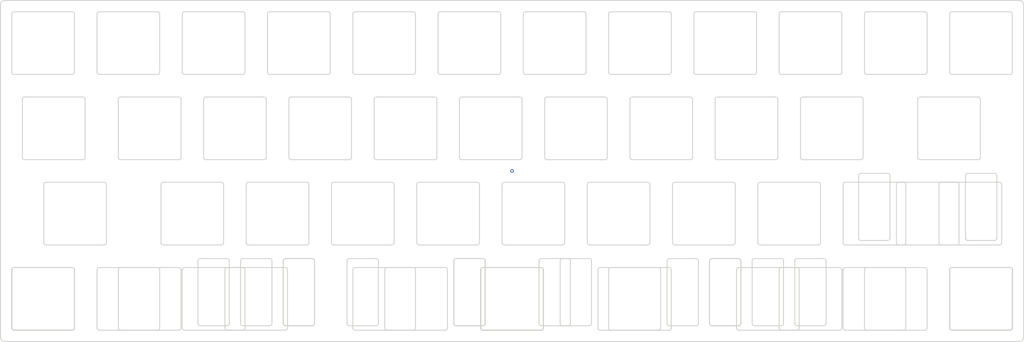
<source format=kicad_pcb>
(kicad_pcb (version 20221018) (generator pcbnew)

  (general
    (thickness 1.6)
  )

  (paper "A4")
  (layers
    (0 "F.Cu" signal)
    (31 "B.Cu" signal)
    (32 "B.Adhes" user "B.Adhesive")
    (33 "F.Adhes" user "F.Adhesive")
    (34 "B.Paste" user)
    (35 "F.Paste" user)
    (36 "B.SilkS" user "B.Silkscreen")
    (37 "F.SilkS" user "F.Silkscreen")
    (38 "B.Mask" user)
    (39 "F.Mask" user)
    (40 "Dwgs.User" user "User.Drawings")
    (41 "Cmts.User" user "User.Comments")
    (42 "Eco1.User" user "User.Eco1")
    (43 "Eco2.User" user "User.Eco2")
    (44 "Edge.Cuts" user)
    (45 "Margin" user)
    (46 "B.CrtYd" user "B.Courtyard")
    (47 "F.CrtYd" user "F.Courtyard")
    (48 "B.Fab" user)
    (49 "F.Fab" user)
    (50 "User.1" user)
    (51 "User.2" user)
    (52 "User.3" user)
    (53 "User.4" user)
    (54 "User.5" user)
    (55 "User.6" user)
    (56 "User.7" user)
    (57 "User.8" user)
    (58 "User.9" user)
  )

  (setup
    (pad_to_mask_clearance 0)
    (pcbplotparams
      (layerselection 0x00010fc_ffffffff)
      (plot_on_all_layers_selection 0x0000000_00000000)
      (disableapertmacros false)
      (usegerberextensions false)
      (usegerberattributes true)
      (usegerberadvancedattributes true)
      (creategerberjobfile true)
      (dashed_line_dash_ratio 12.000000)
      (dashed_line_gap_ratio 3.000000)
      (svgprecision 4)
      (plotframeref false)
      (viasonmask false)
      (mode 1)
      (useauxorigin false)
      (hpglpennumber 1)
      (hpglpenspeed 20)
      (hpglpendiameter 15.000000)
      (dxfpolygonmode true)
      (dxfimperialunits true)
      (dxfusepcbnewfont true)
      (psnegative false)
      (psa4output false)
      (plotreference true)
      (plotvalue true)
      (plotinvisibletext false)
      (sketchpadsonfab false)
      (subtractmaskfromsilk false)
      (outputformat 1)
      (mirror false)
      (drillshape 1)
      (scaleselection 1)
      (outputdirectory "")
    )
  )

  (net 0 "")

  (gr_arc (start 222.790625 55.4125) (mid 222.937072 55.058947) (end 223.290625 54.9125)
    (stroke (width 0.2) (type solid)) (layer "Edge.Cuts") (tstamp 00209e24-16fc-4d68-80bc-91f8b0d72f39))
  (gr_arc (start 90.415625 124.5625) (mid 90.269178 124.916053) (end 89.915625 125.0625)
    (stroke (width 0.2) (type solid)) (layer "Edge.Cuts") (tstamp 008ccbfc-3509-4499-a153-e8f801ae048c))
  (gr_line (start 185.190625 54.9125) (end 198.190625 54.9125)
    (stroke (width 0.2) (type solid)) (layer "Edge.Cuts") (tstamp 01538c87-742b-4e79-b8b0-a199bd1dfc7f))
  (gr_arc (start 84.390625 125.5625) (mid 84.244178 125.916053) (end 83.890625 126.0625)
    (stroke (width 0.2) (type solid)) (layer "Edge.Cuts") (tstamp 01ba80a4-150e-41a4-8676-ac798178e6f1))
  (gr_arc (start 179.197375 125.0625) (mid 178.843854 124.916036) (end 178.697375 124.5625)
    (stroke (width 0.2) (type solid)) (layer "Edge.Cuts") (tstamp 0269578f-d6b7-4445-aa64-6cad5ab709e2))
  (gr_arc (start 202.953125 73.9625) (mid 203.306678 74.108947) (end 203.453125 74.4625)
    (stroke (width 0.2) (type solid)) (layer "Edge.Cuts") (tstamp 036a4583-a197-4f26-aedb-5a8303147621))
  (gr_arc (start 155.321375 125.0625) (mid 154.967854 124.916036) (end 154.821375 124.5625)
    (stroke (width 0.2) (type solid)) (layer "Edge.Cuts") (tstamp 03c1b33a-ed35-444a-9281-9bf29b412e1c))
  (gr_arc (start 251.872375 91.0125) (mid 252.225896 91.158964) (end 252.372375 91.5125)
    (stroke (width 0.2) (type solid)) (layer "Edge.Cuts") (tstamp 03cd6663-ef13-4012-8c4d-66797c2bc589))
  (gr_arc (start 93.440625 125.0625) (mid 93.087072 124.916053) (end 92.940625 124.5625)
    (stroke (width 0.2) (type solid)) (layer "Edge.Cuts") (tstamp 03ec0e72-e239-4fbc-bc04-a1659139d293))
  (gr_arc (start 174.378125 93.0125) (mid 174.731678 93.158947) (end 174.878125 93.5125)
    (stroke (width 0.2) (type solid)) (layer "Edge.Cuts") (tstamp 0480fcdd-9f20-4824-a90f-cf745494b4e9))
  (gr_arc (start 89.153125 87.4625) (mid 89.006678 87.816053) (end 88.653125 87.9625)
    (stroke (width 0.2) (type solid)) (layer "Edge.Cuts") (tstamp 0483b83d-9c58-47e2-80c4-6f6f04ed303a))
  (gr_line (start 194.690625 125.0625) (end 188.690625 125.0625)
    (stroke (width 0.2) (type solid)) (layer "Edge.Cuts") (tstamp 04ee35d7-15e5-4166-9e38-b824fb8e5167))
  (gr_arc (start 131.540625 125.0625) (mid 131.187072 124.916053) (end 131.040625 124.5625)
    (stroke (width 0.2) (type solid)) (layer "Edge.Cuts") (tstamp 04f2e690-f30b-4d63-ae33-0a73b1fd45e7))
  (gr_arc (start 242.340625 126.0625) (mid 241.987072 125.916053) (end 241.840625 125.5625)
    (stroke (width 0.2) (type solid)) (layer "Edge.Cuts") (tstamp 05ed52ad-c21a-4c5b-9100-f02230c92a84))
  (gr_arc (start 79.915625 112.5625) (mid 80.062072 112.208947) (end 80.415625 112.0625)
    (stroke (width 0.2) (type solid)) (layer "Edge.Cuts") (tstamp 0633193c-42f2-49db-88e7-5251c8315300))
  (gr_arc (start 56.103125 112.5625) (mid 56.249572 112.208947) (end 56.603125 112.0625)
    (stroke (width 0.2) (type solid)) (layer "Edge.Cuts") (tstamp 06838ca3-9669-4899-9dbf-978ccf949f5c))
  (gr_line (start 89.440625 55.4125) (end 89.440625 68.4125)
    (stroke (width 0.2) (type solid)) (layer "Edge.Cuts") (tstamp 070ad6c1-3360-45ed-af68-b56fc3726f7b))
  (gr_line (start 70.890625 126.0625) (end 83.890625 126.0625)
    (stroke (width 0.2) (type solid)) (layer "Edge.Cuts") (tstamp 072f76ea-beeb-41d8-9511-35ef753dd121))
  (gr_line (start 203.740625 55.4125) (end 203.740625 68.4125)
    (stroke (width 0.2) (type solid)) (layer "Edge.Cuts") (tstamp 07613bfa-6877-4eb3-ba4a-f8e5b2d970f1))
  (gr_arc (start 223.290625 126.0625) (mid 222.937072 125.916053) (end 222.790625 125.5625)
    (stroke (width 0.2) (type solid)) (layer "Edge.Cuts") (tstamp 077631e2-c683-4f61-b046-565517a64abe))
  (gr_line (start 179.640625 112.5625) (end 179.640625 125.5625)
    (stroke (width 0.2) (type solid)) (layer "Edge.Cuts") (tstamp 07cf783d-7638-451d-b64e-d3db613fedcf))
  (gr_arc (start 234.696875 74.4625) (mid 234.843319 74.108929) (end 235.196875 73.9625)
    (stroke (width 0.2) (type solid)) (layer "Edge.Cuts") (tstamp 07e04b0b-87d5-4b7b-a3e1-fd473c90c5c6))
  (gr_line (start 229.934375 93.5125) (end 229.934375 106.5125)
    (stroke (width 0.2) (type solid)) (layer "Edge.Cuts") (tstamp 0817cc86-dbb9-434a-b593-3a4cebb5496c))
  (gr_arc (start 176.759375 112.0625) (mid 177.112896 112.208964) (end 177.259375 112.5625)
    (stroke (width 0.2) (type solid)) (layer "Edge.Cuts") (tstamp 084856f7-44b8-4613-a274-0703d39f6ab8))
  (gr_line (start 179.640625 55.4125) (end 179.640625 68.4125)
    (stroke (width 0.2) (type solid)) (layer "Edge.Cuts") (tstamp 08632e84-23ec-4de0-be08-eaac4ed607db))
  (gr_arc (start 35.171875 87.9625) (mid 34.818322 87.816053) (end 34.671875 87.4625)
    (stroke (width 0.2) (type solid)) (layer "Edge.Cuts") (tstamp 0944036e-95c8-4c41-9bbf-145283acf60a))
  (gr_arc (start 131.040625 110.5625) (mid 131.187072 110.208947) (end 131.540625 110.0625)
    (stroke (width 0.2) (type solid)) (layer "Edge.Cuts") (tstamp 098294cd-b8f7-4dd2-b87e-8d52dd54155e))
  (gr_arc (start 255.340625 54.9125) (mid 255.694178 55.058947) (end 255.840625 55.4125)
    (stroke (width 0.2) (type solid)) (layer "Edge.Cuts") (tstamp 09b07e16-9a20-4290-a360-9130b968d3f8))
  (gr_arc (start 45.790625 54.9125) (mid 46.144178 55.058947) (end 46.290625 55.4125)
    (stroke (width 0.2) (type solid)) (layer "Edge.Cuts") (tstamp 09f0fcbf-23a2-4d86-91eb-9916c2af293a))
  (gr_line (start 51.840625 54.9125) (end 64.840625 54.9125)
    (stroke (width 0.2) (type solid)) (layer "Edge.Cuts") (tstamp 0a085a41-4890-444e-95e9-ca1efb8ad125))
  (gr_line (start 258.365625 127.5875) (end 258.365625 53.3875)
    (stroke (width 0.2) (type solid)) (layer "Edge.Cuts") (tstamp 0a33170d-b5e4-4548-bf14-621026f63593))
  (gr_arc (start 89.915625 110.0625) (mid 90.269178 110.208947) (end 90.415625 110.5625)
    (stroke (width 0.2) (type solid)) (layer "Edge.Cuts") (tstamp 0a923718-2745-49d6-8414-4a6b758937e1))
  (gr_line (start 132.803125 73.9625) (end 145.803125 73.9625)
    (stroke (width 0.2) (type solid)) (layer "Edge.Cuts") (tstamp 0c017c99-e2c0-4a6d-b02a-1c3eed2af71b))
  (gr_arc (start 69.603125 112.0625) (mid 69.956678 112.208947) (end 70.103125 112.5625)
    (stroke (width 0.2) (type solid)) (layer "Edge.Cuts") (tstamp 0c5857b6-07f2-478c-9340-79c7a1ecacce))
  (gr_arc (start 89.940625 68.9125) (mid 89.587072 68.766053) (end 89.440625 68.4125)
    (stroke (width 0.2) (type solid)) (layer "Edge.Cuts") (tstamp 0cb2e480-82e4-45b2-908a-3c5bae147837))
  (gr_arc (start 98.678125 106.5125) (mid 98.531678 106.866053) (end 98.178125 107.0125)
    (stroke (width 0.2) (type solid)) (layer "Edge.Cuts") (tstamp 0e6d18bf-8664-4e99-a161-87cee55c35c5))
  (gr_arc (start 108.990625 126.0625) (mid 108.637072 125.916053) (end 108.490625 125.5625)
    (stroke (width 0.2) (type solid)) (layer "Edge.Cuts") (tstamp 0f013235-1195-4124-8a09-98b9d4df9af7))
  (gr_line (start 255.840625 112.5625) (end 255.840625 125.5625)
    (stroke (width 0.2) (type solid)) (layer "Edge.Cuts") (tstamp 0f711911-d51f-4720-9320-7a6026d3a4e3))
  (gr_line (start 142.328125 93.0125) (end 155.328125 93.0125)
    (stroke (width 0.2) (type solid)) (layer "Edge.Cuts") (tstamp 0f99a4b2-7588-4add-9423-30789a36bef7))
  (gr_arc (start 129.134375 112.0625) (mid 129.487896 112.208964) (end 129.634375 112.5625)
    (stroke (width 0.2) (type solid)) (layer "Edge.Cuts") (tstamp 10213d50-214a-46c0-a4e5-1531c33bcf99))
  (gr_line (start 129.634375 112.5625) (end 129.634375 125.5625)
    (stroke (width 0.2) (type solid)) (layer "Edge.Cuts") (tstamp 1029b6c0-2408-48e2-b60f-5e563208c612))
  (gr_line (start 184.403125 74.4625) (end 184.403125 87.4625)
    (stroke (width 0.2) (type solid)) (layer "Edge.Cuts") (tstamp 115a609a-31ea-433c-86cf-128e2ac3fefc))
  (gr_line (start 137.065625 112.5625) (end 137.065625 125.5625)
    (stroke (width 0.2) (type solid)) (layer "Edge.Cuts") (tstamp 11a39c82-ea27-4a4a-ad8e-a5f551c3c625))
  (gr_line (start 104.228125 107.0125) (end 117.228125 107.0125)
    (stroke (width 0.2) (type solid)) (layer "Edge.Cuts") (tstamp 1239b523-a259-460f-96f7-ff23ec1c64ec))
  (gr_line (start 170.903125 87.9625) (end 183.903125 87.9625)
    (stroke (width 0.2) (type solid)) (layer "Edge.Cuts") (tstamp 1246ccb8-8fe7-4ce2-836c-5f3ee427f75a))
  (gr_line (start 99.440625 110.0625) (end 93.440625 110.0625)
    (stroke (width 0.2) (type solid)) (layer "Edge.Cuts") (tstamp 127e0b52-5631-44d1-bd42-83cc3ebb34d8))
  (gr_line (start 166.140625 54.9125) (end 179.140625 54.9125)
    (stroke (width 0.2) (type solid)) (layer "Edge.Cuts") (tstamp 128ff691-b054-4599-9d4e-602f0c2d3e5f))
  (gr_line (start 116.134375 112.0625) (end 129.134375 112.0625)
    (stroke (width 0.2) (type solid)) (layer "Edge.Cuts") (tstamp 12b2e141-300a-4f4b-aad4-9b05893b7e7b))
  (gr_line (start 151.065625 112.5625) (end 151.065625 125.5625)
    (stroke (width 0.2) (type solid)) (layer "Edge.Cuts") (tstamp 12fa9aba-43a0-4692-a75c-2590bf7852b6))
  (gr_arc (start 75.153125 74.4625) (mid 75.299572 74.108947) (end 75.653125 73.9625)
    (stroke (width 0.2) (type solid)) (layer "Edge.Cuts") (tstamp 1306febf-82bc-495b-af1a-a7334dd431e9))
  (gr_arc (start 185.190625 68.9125) (mid 184.837072 68.766053) (end 184.690625 68.4125)
    (stroke (width 0.2) (type solid)) (layer "Edge.Cuts") (tstamp 131839d5-0467-4315-849e-54999807ebe4))
  (gr_line (start 170.403125 74.4625) (end 170.403125 87.4625)
    (stroke (width 0.2) (type solid)) (layer "Edge.Cuts") (tstamp 13fe9546-b022-44e9-860e-e128d0742ded))
  (gr_line (start 255.840625 112.5625) (end 255.840625 125.5625)
    (stroke (width 0.2) (type solid)) (layer "Edge.Cuts") (tstamp 14c426c8-9bbd-4f2f-8dc6-b32cf4812b28))
  (gr_line (start 241.840625 112.5625) (end 241.840625 125.5625)
    (stroke (width 0.2) (type solid)) (layer "Edge.Cuts") (tstamp 15a0622b-86f1-4777-a6c7-6733f5210877))
  (gr_line (start 242.340625 54.9125) (end 255.340625 54.9125)
    (stroke (width 0.2) (type solid)) (layer "Edge.Cuts") (tstamp 17299f2b-aa52-40a5-977a-006dd3650547))
  (gr_line (start 209.003125 87.9625) (end 222.003125 87.9625)
    (stroke (width 0.2) (type solid)) (layer "Edge.Cuts") (tstamp 17a744b1-1dfa-4901-b569-da5745881eda))
  (gr_arc (start 252.959375 93.0125) (mid 253.312896 93.158964) (end 253.459375 93.5125)
    (stroke (width 0.2) (type solid)) (layer "Edge.Cuts") (tstamp 17ceea96-ef19-44b2-b91e-174ddd315a81))
  (gr_line (start 137.565625 126.0625) (end 150.565625 126.0625)
    (stroke (width 0.2) (type solid)) (layer "Edge.Cuts") (tstamp 192ddfe4-1030-4746-87f7-009ff2f179df))
  (gr_line (start 194.715625 126.0625) (end 207.715625 126.0625)
    (stroke (width 0.2) (type solid)) (layer "Edge.Cuts") (tstamp 1933b02e-b43a-4c37-9253-6a7df52d75f9))
  (gr_arc (start 117.728125 106.5125) (mid 117.581678 106.866053) (end 117.228125 107.0125)
    (stroke (width 0.2) (type solid)) (layer "Edge.Cuts") (tstamp 1a664e20-9e46-4b9c-93eb-50264663799d))
  (gr_line (start 236.790625 112.5625) (end 236.790625 125.5625)
    (stroke (width 0.2) (type solid)) (layer "Edge.Cuts") (tstamp 1adaf57f-f047-41be-a851-3aebd04ae355))
  (gr_line (start 75.653125 87.9625) (end 88.653125 87.9625)
    (stroke (width 0.2) (type solid)) (layer "Edge.Cuts") (tstamp 1b055dcd-fbfa-4b99-8c80-23261adf7c76))
  (gr_line (start 207.240625 124.5625) (end 207.240625 110.5625)
    (stroke (width 0.2) (type solid)) (layer "Edge.Cuts") (tstamp 1b2fd57d-a59f-49f4-844a-dcd666ab3877))
  (gr_arc (start 248.196875 73.9625) (mid 248.550396 74.108964) (end 248.696875 74.4625)
    (stroke (width 0.2) (type solid)) (layer "Edge.Cuts") (tstamp 1ca1c919-289b-4ead-864c-bdaf4ea355fa))
  (gr_arc (start 146.303125 87.4625) (mid 146.156678 87.816053) (end 145.803125 87.9625)
    (stroke (width 0.2) (type solid)) (layer "Edge.Cuts") (tstamp 1cc5ab71-afad-4c43-a472-e7b80c0aabf4))
  (gr_arc (start 80.890625 124.5625) (mid 80.744178 124.916053) (end 80.390625 125.0625)
    (stroke (width 0.2) (type solid)) (layer "Edge.Cuts") (tstamp 1d030522-7c1d-4a10-aa4c-f003ffa42549))
  (gr_line (start 137.565625 112.0625) (end 150.565625 112.0625)
    (stroke (width 0.2) (type solid)) (layer "Edge.Cuts") (tstamp 1d7ebd5d-affa-4225-8707-5675c8768727))
  (gr_arc (start 29.765625 53.3875) (mid 30.05852 52.680402) (end 30.765625 52.3875)
    (stroke (width 0.2) (type default)) (layer "Edge.Cuts") (tstamp 1e27bec8-c553-4eb4-9669-9b7076ef491a))
  (gr_line (start 199.478125 107.0125) (end 212.478125 107.0125)
    (stroke (width 0.2) (type solid)) (layer "Edge.Cuts") (tstamp 1f19f5b8-cc21-4850-b249-4df8b30d94a3))
  (gr_arc (start 151.065625 125.5625) (mid 150.919178 125.916053) (end 150.565625 126.0625)
    (stroke (width 0.2) (type solid)) (layer "Edge.Cuts") (tstamp 1f438950-ea82-4796-89a7-a77cafed72c4))
  (gr_arc (start 69.603125 73.9625) (mid 69.956678 74.108947) (end 70.103125 74.4625)
    (stroke (width 0.2) (type solid)) (layer "Edge.Cuts") (tstamp 1f92361a-c58c-4a0e-98e9-60a2151fcc95))
  (gr_arc (start 189.953125 87.9625) (mid 189.599572 87.816053) (end 189.453125 87.4625)
    (stroke (width 0.2) (type solid)) (layer "Edge.Cuts") (tstamp 21cda227-22db-4b24-bccc-66a3705d2072))
  (gr_arc (start 83.890625 112.0625) (mid 84.244178 112.208947) (end 84.390625 112.5625)
    (stroke (width 0.2) (type solid)) (layer "Edge.Cuts") (tstamp 22c74f62-5718-4948-bf12-94ac1c8ad8a5))
  (gr_line (start 204.240625 112.0625) (end 217.240625 112.0625)
    (stroke (width 0.2) (type solid)) (layer "Edge.Cuts") (tstamp 22d8cb7e-67b3-43ac-a242-30c7eaa881f9))
  (gr_line (start 32.790625 68.9125) (end 45.790625 68.9125)
    (stroke (width 0.2) (type solid)) (layer "Edge.Cuts") (tstamp 230a861d-f5aa-4b50-b9ee-bb0dbc65a11d))
  (gr_arc (start 230.434375 107.0125) (mid 230.080854 106.866036) (end 229.934375 106.5125)
    (stroke (width 0.2) (type solid)) (layer "Edge.Cuts") (tstamp 232b73d5-2ef5-454b-8eab-2822a021c089))
  (gr_arc (start 32.790625 126.0625) (mid 32.437072 125.916053) (end 32.290625 125.5625)
    (stroke (width 0.2) (type solid)) (layer "Edge.Cuts") (tstamp 241ab1f6-4f22-418d-b890-7fa1cb0605dd))
  (gr_arc (start 189.453125 74.4625) (mid 189.599572 74.108947) (end 189.953125 73.9625)
    (stroke (width 0.2) (type solid)) (layer "Edge.Cuts") (tstamp 2451ac98-fd69-4bb5-b226-0d46f8051dcd))
  (gr_line (start 34.671875 74.4625) (end 34.671875 87.4625)
    (stroke (width 0.2) (type solid)) (layer "Edge.Cuts") (tstamp 245c5910-7391-497a-a94c-d21cc0e176d8))
  (gr_line (start 70.890625 112.0625) (end 83.890625 112.0625)
    (stroke (width 0.2) (type solid)) (layer "Edge.Cuts") (tstamp 25c57537-aa7d-410a-9ddd-6c74390a99ba))
  (gr_line (start 79.628125 93.5125) (end 79.628125 106.5125)
    (stroke (width 0.2) (type solid)) (layer "Edge.Cuts") (tstamp 2609b902-4341-446f-9157-f827aa2e9be5))
  (gr_arc (start 179.140625 112.0625) (mid 179.494178 112.208947) (end 179.640625 112.5625)
    (stroke (width 0.2) (type solid)) (layer "Edge.Cuts") (tstamp 260f5d9c-593e-4d5e-b30e-4a04f0c1c233))
  (gr_line (start 51.340625 112.5625) (end 51.340625 125.5625)
    (stroke (width 0.2) (type solid)) (layer "Edge.Cuts") (tstamp 26e8378d-ff5d-4905-a91c-4ac10f961552))
  (gr_arc (start 161.321375 110.0625) (mid 161.674896 110.208964) (end 161.821375 110.5625)
    (stroke (width 0.2) (type solid)) (layer "Edge.Cuts") (tstamp 2739d1c8-4b0b-422e-8b33-8be0c912aaca))
  (gr_line (start 255.840625 112.5625) (end 255.840625 125.5625)
    (stroke (width 0.2) (type solid)) (layer "Edge.Cuts") (tstamp 29892635-9fd1-4743-8e59-254a434b5299))
  (gr_arc (start 94.203125 74.4625) (mid 94.349572 74.108947) (end 94.703125 73.9625)
    (stroke (width 0.2) (type solid)) (layer "Edge.Cuts") (tstamp 29b084d8-5a1a-4fbc-80e8-5c8611c4a275))
  (gr_line (start 165.353125 74.4625) (end 165.353125 87.4625)
    (stroke (width 0.2) (type solid)) (layer "Edge.Cuts") (tstamp 2abbc2a2-847d-4411-bb43-43b992ab24a2))
  (gr_line (start 128.040625 68.9125) (end 141.040625 68.9125)
    (stroke (width 0.2) (type solid)) (layer "Edge.Cuts") (tstamp 2b02d5e7-560f-4229-84b6-6a8e5bf2f90f))
  (gr_line (start 204.215625 110.0625) (end 198.215625 110.0625)
    (stroke (width 0.2) (type solid)) (layer "Edge.Cuts") (tstamp 2b3badcb-4197-4470-8feb-b50453d137ef))
  (gr_arc (start 241.840625 55.4125) (mid 241.987072 55.058947) (end 242.340625 54.9125)
    (stroke (width 0.2) (type solid)) (layer "Edge.Cuts") (tstamp 2b452640-fbb3-44f9-b007-6c6280f65f63))
  (gr_line (start 185.197375 125.0625) (end 179.197375 125.0625)
    (stroke (width 0.2) (type solid)) (layer "Edge.Cuts") (tstamp 2c00f1a1-fc9d-4b81-afae-58ab4caf83e0))
  (gr_arc (start 136.278125 93.0125) (mid 136.631678 93.158947) (end 136.778125 93.5125)
    (stroke (width 0.2) (type solid)) (layer "Edge.Cuts") (tstamp 2c3a2f3a-d592-47de-a97c-28ec4e022fc7))
  (gr_arc (start 128.040625 68.9125) (mid 127.687072 68.766053) (end 127.540625 68.4125)
    (stroke (width 0.2) (type solid)) (layer "Edge.Cuts") (tstamp 2c6b8436-217e-4c17-ba06-d9049dbd7763))
  (gr_line (start 242.340625 126.0625) (end 255.340625 126.0625)
    (stroke (width 0.2) (type solid)) (layer "Edge.Cuts") (tstamp 2c9d327d-e819-4e0b-8fc0-71ac6c54e4fa))
  (gr_arc (start 150.565625 112.0625) (mid 150.919178 112.208947) (end 151.065625 112.5625)
    (stroke (width 0.2) (type solid)) (layer "Edge.Cuts") (tstamp 2cb175cf-d133-496a-aa5b-6a054caa3706))
  (gr_arc (start 142.328125 107.0125) (mid 141.974572 106.866053) (end 141.828125 106.5125)
    (stroke (width 0.2) (type solid)) (layer "Edge.Cuts") (tstamp 2ce17acc-454b-4dfa-bc19-5df232b8e3d0))
  (gr_arc (start 99.440625 110.0625) (mid 99.794178 110.208947) (end 99.940625 110.5625)
    (stroke (width 0.2) (type solid)) (layer "Edge.Cuts") (tstamp 2d09c121-4d60-477f-92e3-d2dab4065d2d))
  (gr_line (start 209.003125 73.9625) (end 222.003125 73.9625)
    (stroke (width 0.2) (type solid)) (layer "Edge.Cuts") (tstamp 2e26db8b-6a0f-4c3a-8abd-ae88d7d4b97c))
  (gr_arc (start 92.940625 110.5625) (mid 93.087072 110.208947) (end 93.440625 110.0625)
    (stroke (width 0.2) (type solid)) (layer "Edge.Cuts") (tstamp 2eb004c9-2976-449d-bedf-ab91714ff048))
  (gr_line (start 66.128125 107.0125) (end 79.128125 107.0125)
    (stroke (width 0.2) (type solid)) (layer "Edge.Cuts") (tstamp 2eb22c93-9f81-4dae-aec0-a99d50f74dbc))
  (gr_arc (start 188.190625 110.5625) (mid 188.337072 110.208947) (end 188.690625 110.0625)
    (stroke (width 0.2) (type solid)) (layer "Edge.Cuts") (tstamp 2eee7098-e0cc-411b-9866-f1fd23eb4bb8))
  (gr_arc (start 150.565625 112.0625) (mid 150.919178 112.208947) (end 151.065625 112.5625)
    (stroke (width 0.2) (type solid)) (layer "Edge.Cuts") (tstamp 2f8e8e6d-d4a5-4824-95be-cab0a27e0f39))
  (gr_arc (start 151.065625 125.5625) (mid 150.919178 125.916053) (end 150.565625 126.0625)
    (stroke (width 0.2) (type solid)) (layer "Edge.Cuts") (tstamp 301b7e99-cf75-4af4-b6c1-71759bd68820))
  (gr_arc (start 70.103125 125.5625) (mid 69.956678 125.916053) (end 69.603125 126.0625)
    (stroke (width 0.2) (type solid)) (layer "Edge.Cuts") (tstamp 305c95bb-6da0-470e-b9a9-d8c5943f1825))
  (gr_arc (start 45.790625 112.0625) (mid 46.144178 112.208947) (end 46.290625 112.5625)
    (stroke (width 0.2) (type solid)) (layer "Edge.Cuts") (tstamp 30dba32c-38c7-4942-9873-e2bdbe8ea495))
  (gr_arc (start 245.372375 91.5125) (mid 245.518819 91.158929) (end 245.872375 91.0125)
    (stroke (width 0.2) (type solid)) (layer "Edge.Cuts") (tstamp 31112d8e-f4e2-4a59-9fe4-bebef77eaa80))
  (gr_arc (start 122.490625 68.4125) (mid 122.344178 68.766053) (end 121.990625 68.9125)
    (stroke (width 0.2) (type solid)) (layer "Edge.Cuts") (tstamp 31339cbd-cca0-4fee-b200-4878c059f453))
  (gr_line (start 177.259375 112.5625) (end 177.259375 125.5625)
    (stroke (width 0.2) (type solid)) (layer "Edge.Cuts") (tstamp 31a16d9c-2e7e-498c-9255-aa814f2d8480))
  (gr_arc (start 93.440625 125.0625) (mid 93.087072 124.916053) (end 92.940625 124.5625)
    (stroke (width 0.2) (type solid)) (layer "Edge.Cuts") (tstamp 31d869c3-537b-4717-8ac7-6e89eaefe48f))
  (gr_line (start 203.740625 112.5625) (end 203.740625 125.5625)
    (stroke (width 0.2) (type solid)) (layer "Edge.Cuts") (tstamp 323920c3-c737-4e44-b5eb-e96f02b4b720))
  (gr_arc (start 179.640625 125.5625) (mid 179.494178 125.916053) (end 179.140625 126.0625)
    (stroke (width 0.2) (type solid)) (layer "Edge.Cuts") (tstamp 329eda0d-57ec-4c7a-9664-8194014e5656))
  (gr_line (start 218.528125 112.0625) (end 231.528125 112.0625)
    (stroke (width 0.2) (type solid)) (layer "Edge.Cuts") (tstamp 33794e74-1e45-45ca-a4a8-9bf433c172a4))
  (gr_line (start 122.778125 93.5125) (end 122.778125 106.5125)
    (stroke (width 0.2) (type solid)) (layer "Edge.Cuts") (tstamp 338b0bfd-888e-418d-a003-742848c19c62))
  (gr_line (start 99.440625 125.0625) (end 93.440625 125.0625)
    (stroke (width 0.2) (type solid)) (layer "Edge.Cuts") (tstamp 33cfe677-f954-4a8b-938c-ad2d964b5603))
  (gr_arc (start 217.240625 54.9125) (mid 217.594178 55.058947) (end 217.740625 55.4125)
    (stroke (width 0.2) (type solid)) (layer "Edge.Cuts") (tstamp 34050087-7ac3-4f72-8642-04ae4df03297))
  (gr_arc (start 122.778125 93.5125) (mid 122.924572 93.158947) (end 123.278125 93.0125)
    (stroke (width 0.2) (type solid)) (layer "Edge.Cuts") (tstamp 34218f34-cc03-4887-89c0-72794f55fd8d))
  (gr_arc (start 242.340625 126.0625) (mid 241.987072 125.916053) (end 241.840625 125.5625)
    (stroke (width 0.2) (type solid)) (layer "Edge.Cuts") (tstamp 34421ffd-4f22-4ca1-b802-556794124c3c))
  (gr_line (start 85.178125 107.0125) (end 98.178125 107.0125)
    (stroke (width 0.2) (type solid)) (layer "Edge.Cuts") (tstamp 3451350d-757c-40f8-928f-47b922fb750e))
  (gr_line (start 108.990625 112.0625) (end 121.990625 112.0625)
    (stroke (width 0.2) (type solid)) (layer "Edge.Cuts") (tstamp 34a23f2a-53cb-4510-a97a-270c050bcb8e))
  (gr_arc (start 32.790625 126.0625) (mid 32.437072 125.916053) (end 32.290625 125.5625)
    (stroke (width 0.2) (type solid)) (layer "Edge.Cuts") (tstamp 34b76441-529e-4941-99d8-7c543d10098b))
  (gr_line (start 108.990625 68.9125) (end 121.990625 68.9125)
    (stroke (width 0.2) (type solid)) (layer "Edge.Cuts") (tstamp 3517ceef-fdd8-4163-b867-76237bc63a3e))
  (gr_line (start 242.340625 68.9125) (end 255.340625 68.9125)
    (stroke (width 0.2) (type solid)) (layer "Edge.Cuts") (tstamp 3624dd8d-eb8f-4e7c-ac73-cd96e8dc4e93))
  (gr_line (start 32.290625 112.5625) (end 32.290625 125.5625)
    (stroke (width 0.2) (type solid)) (layer "Edge.Cuts") (tstamp 36b0bc6c-8f15-4ee3-96e8-e13d35bc2ab7))
  (gr_line (start 241.840625 112.5625) (end 241.840625 125.5625)
    (stroke (width 0.2) (type solid)) (layer "Edge.Cuts") (tstamp 37411769-7913-4952-871a-092ef01a05d1))
  (gr_arc (start 132.303125 74.4625) (mid 132.449572 74.108947) (end 132.803125 73.9625)
    (stroke (width 0.2) (type solid)) (layer "Edge.Cuts") (tstamp 378f0d0c-df2c-4dc2-98b9-91e46f5153ed))
  (gr_arc (start 113.253125 74.4625) (mid 113.399572 74.108947) (end 113.753125 73.9625)
    (stroke (width 0.2) (type solid)) (layer "Edge.Cuts") (tstamp 37e838a6-1892-40d0-ba71-34ed453e4a6a))
  (gr_arc (start 137.565625 126.0625) (mid 137.212072 125.916053) (end 137.065625 125.5625)
    (stroke (width 0.2) (type solid)) (layer "Edge.Cuts") (tstamp 385d7bb1-e1c8-48a2-a246-2e352092a748))
  (gr_arc (start 123.278125 107.0125) (mid 122.924572 106.866053) (end 122.778125 106.5125)
    (stroke (width 0.2) (type solid)) (layer "Edge.Cuts") (tstamp 38ea508d-a5bf-4ee6-8670-4612eef6c631))
  (gr_line (start 32.790625 126.0625) (end 45.790625 126.0625)
    (stroke (width 0.2) (type solid)) (layer "Edge.Cuts") (tstamp 394402a2-4a2f-4996-b0d2-b7965831ed26))
  (gr_line (start 131.040625 124.5625) (end 131.040625 110.5625)
    (stroke (width 0.2) (type solid)) (layer "Edge.Cuts") (tstamp 3989d21e-8174-4ebb-bf52-63bb87ad0817))
  (gr_line (start 204.240625 54.9125) (end 217.240625 54.9125)
    (stroke (width 0.2) (type solid)) (layer "Edge.Cuts") (tstamp 39d535e8-9900-4e1d-8155-1ef7719dab21))
  (gr_arc (start 89.440625 55.4125) (mid 89.587072 55.058947) (end 89.940625 54.9125)
    (stroke (width 0.2) (type solid)) (layer "Edge.Cuts") (tstamp 3a08e704-002e-4cb6-9d71-98e85a73da42))
  (gr_line (start 116.134375 126.0625) (end 129.134375 126.0625)
    (stroke (width 0.2) (type solid)) (layer "Edge.Cuts") (tstamp 3a14fa79-584a-4c7c-baf5-e598f4d6501b))
  (gr_arc (start 48.171875 73.9625) (mid 48.525396 74.108964) (end 48.671875 74.4625)
    (stroke (width 0.2) (type solid)) (layer "Edge.Cuts") (tstamp 3a23667f-f97d-482b-a264-f07def7a111e))
  (gr_arc (start 193.928125 106.5125) (mid 193.781678 106.866053) (end 193.428125 107.0125)
    (stroke (width 0.2) (type solid)) (layer "Edge.Cuts") (tstamp 3ab913b4-aaca-4597-82f5-f99dd92f6fa0))
  (gr_arc (start 51.340625 55.4125) (mid 51.487072 55.058947) (end 51.840625 54.9125)
    (stroke (width 0.2) (type solid)) (layer "Edge.Cuts") (tstamp 3b9f9cd2-ab30-45a4-96d3-9440b9c86717))
  (gr_line (start 113.253125 74.4625) (end 113.253125 87.4625)
    (stroke (width 0.2) (type solid)) (layer "Edge.Cuts") (tstamp 3bb934f4-f73e-4c2c-9c3c-7a5fd70594bf))
  (gr_line (start 113.696375 110.0625) (end 107.696375 110.0625)
    (stroke (width 0.2) (type solid)) (layer "Edge.Cuts") (tstamp 3ca84242-f69e-43b6-af96-121d6b18c124))
  (gr_arc (start 241.840625 112.5625) (mid 241.987072 112.208947) (end 242.340625 112.0625)
    (stroke (width 0.2) (type solid)) (layer "Edge.Cuts") (tstamp 3cb8a07d-d43b-4d24-989b-b116812547cf))
  (gr_arc (start 188.690625 125.0625) (mid 188.337072 124.916053) (end 188.190625 124.5625)
    (stroke (width 0.2) (type solid)) (layer "Edge.Cuts") (tstamp 3cca0bba-6eee-444c-923c-a6a85e009ff3))
  (gr_line (start 70.390625 55.4125) (end 70.390625 68.4125)
    (stroke (width 0.2) (type solid)) (layer "Edge.Cuts") (tstamp 3d2538c0-4248-4797-b958-3a15319e2554))
  (gr_arc (start 178.697375 110.5625) (mid 178.843819 110.208929) (end 179.197375 110.0625)
    (stroke (width 0.2) (type solid)) (layer "Edge.Cuts") (tstamp 3d2cb6c8-ff8f-4aa2-80a3-7cb509cab6af))
  (gr_line (start 137.540625 110.0625) (end 131.540625 110.0625)
    (stroke (width 0.2) (type solid)) (layer "Edge.Cuts") (tstamp 3d364236-aa9f-4fdb-b02c-f1d6688c1368))
  (gr_arc (start 164.853125 73.9625) (mid 165.206678 74.108947) (end 165.353125 74.4625)
    (stroke (width 0.2) (type solid)) (layer "Edge.Cuts") (tstamp 3d65dee4-59ea-4268-af4a-e5d873f31b6e))
  (gr_arc (start 79.628125 106.5125) (mid 79.481678 106.866053) (end 79.128125 107.0125)
    (stroke (width 0.2) (type solid)) (layer "Edge.Cuts") (tstamp 3d85b8af-44af-4a9d-a98b-f02ce46194ad))
  (gr_arc (start 242.340625 126.0625) (mid 241.987072 125.916053) (end 241.840625 125.5625)
    (stroke (width 0.2) (type solid)) (layer "Edge.Cuts") (tstamp 3d93fa03-2dd7-4df9-b2bd-4fccf6f5ffd2))
  (gr_line (start 80.390625 125.0625) (end 74.390625 125.0625)
    (stroke (width 0.2) (type solid)) (layer "Edge.Cuts") (tstamp 3e54e2f3-63ad-48da-a813-3fa9c087b64d))
  (gr_arc (start 212.478125 93.0125) (mid 212.831678 93.158947) (end 212.978125 93.5125)
    (stroke (width 0.2) (type solid)) (layer "Edge.Cuts") (tstamp 3e6720a7-897f-4e52-ae26-445c80e40b7d))
  (gr_arc (start 218.528125 126.0625) (mid 218.174572 125.916053) (end 218.028125 125.5625)
    (stroke (width 0.2) (type solid)) (layer "Edge.Cuts") (tstamp 3ecb533d-82bd-4e4a-b5dc-706cd329a402))
  (gr_line (start 51.840625 68.9125) (end 64.840625 68.9125)
    (stroke (width 0.2) (type solid)) (layer "Edge.Cuts") (tstamp 3f01fbd2-388d-40b6-a959-68b7bc5b2bd6))
  (gr_line (start 161.321375 110.0625) (end 155.321375 110.0625)
    (stroke (width 0.2) (type solid)) (layer "Edge.Cuts") (tstamp 3f445616-5d1d-4d53-922b-b1ed8b9a6553))
  (gr_arc (start 65.340625 125.5625) (mid 65.194178 125.916053) (end 64.840625 126.0625)
    (stroke (width 0.2) (type solid)) (layer "Edge.Cuts") (tstamp 3fe2bfb4-df31-496c-b03f-2ea2bb2b8aa1))
  (gr_arc (start 165.640625 55.4125) (mid 165.787072 55.058947) (end 166.140625 54.9125)
    (stroke (width 0.2) (type solid)) (layer "Edge.Cuts") (tstamp 3feeffa8-80d9-4798-9cd8-b2e47036e86b))
  (gr_arc (start 222.503125 87.4625) (mid 222.356678 87.816053) (end 222.003125 87.9625)
    (stroke (width 0.2) (type solid)) (layer "Edge.Cuts") (tstamp 41308a98-d208-468b-984d-a976f9866471))
  (gr_line (start 193.928125 93.5125) (end 193.928125 106.5125)
    (stroke (width 0.2) (type solid)) (layer "Edge.Cuts") (tstamp 4191596c-c06d-41fc-8d5a-84bc14e6ae11))
  (gr_line (start 99.440625 125.0625) (end 93.440625 125.0625)
    (stroke (width 0.2) (type solid)) (layer "Edge.Cuts") (tstamp 419b9260-672f-4a6b-8e0d-2aca840b5c37))
  (gr_arc (start 255.840625 125.5625) (mid 255.694178 125.916053) (end 255.340625 126.0625)
    (stroke (width 0.2) (type solid)) (layer "Edge.Cuts") (tstamp 43568d57-3ed8-438f-aad7-b20b9335c27f))
  (gr_arc (start 102.940625 54.9125) (mid 103.294178 55.058947) (end 103.440625 55.4125)
    (stroke (width 0.2) (type solid)) (layer "Edge.Cuts") (tstamp 439b94b2-93f6-44f5-978b-b89c195f0017))
  (gr_line (start 103.440625 55.4125) (end 103.440625 68.4125)
    (stroke (width 0.2) (type solid)) (layer "Edge.Cuts") (tstamp 441db040-651f-4127-ac1c-0c7565a808b2))
  (gr_line (start 243.934375 93.5125) (end 243.934375 106.5125)
    (stroke (width 0.2) (type solid)) (layer "Edge.Cuts") (tstamp 441e0afa-79da-4b80-bf8a-ba1d1de94266))
  (gr_arc (start 79.128125 93.0125) (mid 79.481678 93.158947) (end 79.628125 93.5125)
    (stroke (width 0.2) (type solid)) (layer "Edge.Cuts") (tstamp 45567934-af53-4666-a804-212abdd41471))
  (gr_line (start 35.171875 87.9625) (end 48.171875 87.9625)
    (stroke (width 0.2) (type solid)) (layer "Edge.Cuts") (tstamp 456e4b58-a646-4647-9cba-91181d5c1bd1))
  (gr_line (start 56.103125 112.5625) (end 56.103125 125.5625)
    (stroke (width 0.2) (type solid)) (layer "Edge.Cuts") (tstamp 458e5b59-2a5f-45b8-9280-d3597dfefe6f))
  (gr_arc (start 107.696375 125.0625) (mid 107.342854 124.916036) (end 107.196375 124.5625)
    (stroke (width 0.2) (type solid)) (layer "Edge.Cuts") (tstamp 46107a6a-93d2-4e9f-94f2-fd9f4a179d3c))
  (gr_line (start 108.203125 74.4625) (end 108.203125 87.4625)
    (stroke (width 0.2) (type solid)) (layer "Edge.Cuts") (tstamp 46395cee-f0db-430a-8416-b91936b3e967))
  (gr_line (start 234.696875 74.4625) (end 234.696875 87.4625)
    (stroke (width 0.2) (type solid)) (layer "Edge.Cuts") (tstamp 4679be35-848c-4e8b-86f9-38e458d271af))
  (gr_arc (start 32.290625 55.4125) (mid 32.437072 55.058947) (end 32.790625 54.9125)
    (stroke (width 0.2) (type solid)) (layer "Edge.Cuts") (tstamp 46eeb802-f3de-48d0-96e1-844da3508b23))
  (gr_line (start 198.690625 55.4125) (end 198.690625 68.4125)
    (stroke (width 0.2) (type solid)) (layer "Edge.Cuts") (tstamp 4709ae9f-5982-44bd-a98a-599bd16a1644))
  (gr_line (start 80.890625 124.5625) (end 80.890625 110.5625)
    (stroke (width 0.2) (type solid)) (layer "Edge.Cuts") (tstamp 47626cdd-dc88-45a1-9d59-48d019e44c98))
  (gr_arc (start 165.353125 87.4625) (mid 165.206678 87.816053) (end 164.853125 87.9625)
    (stroke (width 0.2) (type solid)) (layer "Edge.Cuts") (tstamp 47c380a7-f68f-4c3d-9e98-e4fcff905ade))
  (gr_line (start 137.572375 110.0625) (end 131.572375 110.0625)
    (stroke (width 0.2) (type solid)) (layer "Edge.Cuts") (tstamp 47e21fdb-26c5-436c-913c-e6cc02ed2a74))
  (gr_arc (start 137.065625 112.5625) (mid 137.212072 112.208947) (end 137.565625 112.0625)
    (stroke (width 0.2) (type solid)) (layer "Edge.Cuts") (tstamp 48058338-d603-47cd-bd61-d0e1b76062b6))
  (gr_line (start 222.790625 112.5625) (end 222.790625 125.5625)
    (stroke (width 0.2) (type solid)) (layer "Edge.Cuts") (tstamp 48317340-5bcb-4188-9ba7-7288da1c31f0))
  (gr_arc (start 129.634375 125.5625) (mid 129.487931 125.916071) (end 129.134375 126.0625)
    (stroke (width 0.2) (type solid)) (layer "Edge.Cuts") (tstamp 48338bc9-2012-4685-964c-1ee795763883))
  (gr_arc (start 32.290625 112.5625) (mid 32.437072 112.208947) (end 32.790625 112.0625)
    (stroke (width 0.2) (type solid)) (layer "Edge.Cuts") (tstamp 48dd2caf-e22f-447a-b257-9d70c2efb930))
  (gr_line (start 32.790625 126.0625) (end 45.790625 126.0625)
    (stroke (width 0.2) (type solid)) (layer "Edge.Cuts") (tstamp 49dc0a06-7781-4c0b-95c3-15e2c0b5a678))
  (gr_line (start 218.028125 112.5625) (end 218.028125 125.5625)
    (stroke (width 0.2) (type solid)) (layer "Edge.Cuts") (tstamp 4a74d921-a453-48b6-a48b-da162633d42b))
  (gr_line (start 46.290625 55.4125) (end 46.290625 68.4125)
    (stroke (width 0.2) (type solid)) (layer "Edge.Cuts") (tstamp 4a772d15-a66e-4549-8b0a-f7445a5fb0f4))
  (gr_arc (start 257.365625 52.3875) (mid 258.072732 52.680393) (end 258.365625 53.3875)
    (stroke (width 0.2) (type default)) (layer "Edge.Cuts") (tstamp 4aba9b85-a125-455c-9ad6-f16d370a8b57))
  (gr_line (start 255.840625 55.4125) (end 255.840625 68.4125)
    (stroke (width 0.2) (type solid)) (layer "Edge.Cuts") (tstamp 4b1bdf4a-994c-4829-b4c1-1be2ca673972))
  (gr_line (start 114.196375 124.5625) (end 114.196375 110.5625)
    (stroke (width 0.2) (type solid)) (layer "Edge.Cuts") (tstamp 4b746968-c0d7-4b70-ad0c-fa7810200b61))
  (gr_line (start 39.434375 93.5125) (end 39.434375 106.5125)
    (stroke (width 0.2) (type solid)) (layer "Edge.Cuts") (tstamp 4b8a0630-848e-4b25-bb53-587a70ad58a1))
  (gr_line (start 29.765625 127.5875) (end 29.765625 53.3875)
    (stroke (width 0.2) (type solid)) (layer "Edge.Cuts") (tstamp 4bbb4b63-b371-4070-b566-3331ce80515f))
  (gr_arc (start 203.453125 87.4625) (mid 203.306678 87.816053) (end 202.953125 87.9625)
    (stroke (width 0.2) (type solid)) (layer "Edge.Cuts") (tstamp 4c37f9a0-b168-426b-9dde-d488171cbbf4))
  (gr_line (start 70.103125 112.5625) (end 70.103125 125.5625)
    (stroke (width 0.2) (type solid)) (layer "Edge.Cuts") (tstamp 4c4799d0-b50b-4d63-ab86-1f073c8a5b72))
  (gr_arc (start 170.903125 87.9625) (mid 170.549572 87.816053) (end 170.403125 87.4625)
    (stroke (width 0.2) (type solid)) (layer "Edge.Cuts") (tstamp 4c714410-a846-436f-8f2b-37a8402202c7))
  (gr_arc (start 146.590625 55.4125) (mid 146.737072 55.058947) (end 147.090625 54.9125)
    (stroke (width 0.2) (type solid)) (layer "Edge.Cuts") (tstamp 4cc60681-52a6-4a78-96ee-88dd9030b39c))
  (gr_arc (start 198.215625 125.0625) (mid 197.862072 124.916053) (end 197.715625 124.5625)
    (stroke (width 0.2) (type solid)) (layer "Edge.Cuts") (tstamp 4ce24b10-b1d6-4bf2-a6e3-4da46ce62f4b))
  (gr_line (start 70.103125 74.4625) (end 70.103125 87.4625)
    (stroke (width 0.2) (type solid)) (layer "Edge.Cuts") (tstamp 4d04791d-0077-4e46-a1cd-3209f1613b0f))
  (gr_arc (start 155.328125 93.0125) (mid 155.681678 93.158947) (end 155.828125 93.5125)
    (stroke (width 0.2) (type solid)) (layer "Edge.Cuts") (tstamp 4dd60275-60eb-40c5-8c4e-7f4068861ae1))
  (gr_arc (start 70.890625 126.0625) (mid 70.537072 125.916053) (end 70.390625 125.5625)
    (stroke (width 0.2) (type solid)) (layer "Edge.Cuts") (tstamp 4e491f7f-46b6-44b2-bb5f-1fb27a6684c7))
  (gr_arc (start 46.290625 125.5625) (mid 46.144178 125.916053) (end 45.790625 126.0625)
    (stroke (width 0.2) (type solid)) (layer "Edge.Cuts") (tstamp 4e4e653a-dcca-4195-90c7-41c25bc4ad09))
  (gr_arc (start 208.503125 74.4625) (mid 208.649572 74.108947) (end 209.003125 73.9625)
    (stroke (width 0.2) (type solid)) (layer "Edge.Cuts") (tstamp 4f024322-f7b8-485e-b852-4e4774dd5530))
  (gr_line (start 108.490625 112.5625) (end 108.490625 125.5625)
    (stroke (width 0.2) (type solid)) (layer "Edge.Cuts") (tstamp 4f0f7942-f07c-41b5-a601-00bb9e315f17))
  (gr_line (start 32.790625 54.9125) (end 45.790625 54.9125)
    (stroke (width 0.2) (type solid)) (layer "Edge.Cuts") (tstamp 4f1a069a-2533-41b5-a6ff-6a4a58935ddd))
  (gr_line (start 185.197375 110.0625) (end 179.197375 110.0625)
    (stroke (width 0.2) (type solid)) (layer "Edge.Cuts") (tstamp 4f350a67-ff95-4f10-8378-cdecb3b35616))
  (gr_line (start 79.915625 112.5625) (end 79.915625 125.5625)
    (stroke (width 0.2) (type solid)) (layer "Edge.Cuts") (tstamp 4f64fc93-923a-4c3f-b397-aad24dc7ca4f))
  (gr_line (start 115.634375 112.5625) (end 115.634375 125.5625)
    (stroke (width 0.2) (type solid)) (layer "Edge.Cuts") (tstamp 4f7e5f2d-3ffc-40c0-a6ce-6e5a4df85289))
  (gr_arc (start 177.259375 125.5625) (mid 177.112931 125.916071) (end 176.759375 126.0625)
    (stroke (width 0.2) (type solid)) (layer "Edge.Cuts") (tstamp 4f9052dd-8f49-452b-ad96-4ef7c695993b))
  (gr_line (start 75.153125 74.4625) (end 75.153125 87.4625)
    (stroke (width 0.2) (type solid)) (layer "Edge.Cuts") (tstamp 512eed5e-9c80-4129-918d-11f5ca65f251))
  (gr_arc (start 64.840625 112.0625) (mid 65.194178 112.208947) (end 65.340625 112.5625)
    (stroke (width 0.2) (type solid)) (layer "Edge.Cuts") (tstamp 51b63abc-8518-4664-8d3b-b47f468d206c))
  (gr_line (start 228.496375 105.5125) (end 228.496375 91.5125)
    (stroke (width 0.2) (type solid)) (layer "Edge.Cuts") (tstamp 51e17bdc-7d54-4cb8-8fec-5bc08a7e8403))
  (gr_arc (start 121.990625 54.9125) (mid 122.344178 55.058947) (end 122.490625 55.4125)
    (stroke (width 0.2) (type solid)) (layer "Edge.Cuts") (tstamp 51eee3aa-2f54-449f-bd84-89470314ad4c))
  (gr_line (start 194.690625 125.0625) (end 188.690625 125.0625)
    (stroke (width 0.2) (type solid)) (layer "Edge.Cuts") (tstamp 525c5140-72cd-4e12-b153-2bf213874299))
  (gr_line (start 160.878125 93.5125) (end 160.878125 106.5125)
    (stroke (width 0.2) (type solid)) (layer "Edge.Cuts") (tstamp 52be7e57-bb3a-454a-a66a-f22c0606d9b8))
  (gr_line (start 70.390625 112.5625) (end 70.390625 125.5625)
    (stroke (width 0.2) (type solid)) (layer "Edge.Cuts") (tstamp 549b63c2-7114-4b2f-bbb4-582c957e8746))
  (gr_line (start 94.703125 73.9625) (end 107.703125 73.9625)
    (stroke (width 0.2) (type solid)) (layer "Edge.Cuts") (tstamp 54fa97f2-0346-42d4-8a60-2d16bcbef088))
  (gr_line (start 223.290625 54.9125) (end 236.290625 54.9125)
    (stroke (width 0.2) (type solid)) (layer "Edge.Cuts") (tstamp 5508eac2-189c-4d3e-833f-88aaa0682698))
  (gr_line (start 136.778125 93.5125) (end 136.778125 106.5125)
    (stroke (width 0.2) (type solid)) (layer "Edge.Cuts") (tstamp 5559adf0-d7bb-4609-8da5-364eef9411d8))
  (gr_arc (start 184.690625 55.4125) (mid 184.837072 55.058947) (end 185.190625 54.9125)
    (stroke (width 0.2) (type solid)) (layer "Edge.Cuts") (tstamp 55db554b-3098-403d-b6c5-a2265d1035ac))
  (gr_line (start 122.490625 55.4125) (end 122.490625 68.4125)
    (stroke (width 0.2) (type solid)) (layer "Edge.Cuts") (tstamp 564c7595-95a2-40b0-94d9-5d1884377a82))
  (gr_line (start 218.528125 93.0125) (end 231.528125 93.0125)
    (stroke (width 0.2) (type solid)) (layer "Edge.Cuts") (tstamp 568e16ad-4400-4e6b-bda5-6b96e6421325))
  (gr_line (start 155.828125 93.5125) (end 155.828125 106.5125)
    (stroke (width 0.2) (type solid)) (layer "Edge.Cuts") (tstamp 56ca5e4f-eccc-429b-ab80-d3abceef5e27))
  (gr_line (start 104.228125 93.0125) (end 117.228125 93.0125)
    (stroke (width 0.2) (type solid)) (layer "Edge.Cuts") (tstamp 581b403a-f4ab-4737-b6b2-21996620723a))
  (gr_line (start 147.090625 54.9125) (end 160.090625 54.9125)
    (stroke (width 0.2) (type solid)) (layer "Edge.Cuts") (tstamp 582f12ff-504d-4308-8fa1-603448e053c5))
  (gr_line (start 113.696375 125.0625) (end 107.696375 125.0625)
    (stroke (width 0.2) (type solid)) (layer "Edge.Cuts") (tstamp 59207e06-b7a1-4385-b459-f8586aa979e4))
  (gr_arc (start 137.565625 126.0625) (mid 137.212072 125.916053) (end 137.065625 125.5625)
    (stroke (width 0.2) (type solid)) (layer "Edge.Cuts") (tstamp 594112cf-e35c-48d0-877f-2f94442ce270))
  (gr_arc (start 184.403125 87.4625) (mid 184.256678 87.816053) (end 183.903125 87.9625)
    (stroke (width 0.2) (type solid)) (layer "Edge.Cuts") (tstamp 596e2174-2da7-47a4-bbaa-fba04c202f49))
  (gr_line (start 137.065625 112.5625) (end 137.065625 125.5625)
    (stroke (width 0.2) (type solid)) (layer "Edge.Cuts") (tstamp 59b61c48-45de-428c-9037-662a8e2a8992))
  (gr_line (start 218.528125 126.0625) (end 231.528125 126.0625)
    (stroke (width 0.2) (type solid)) (layer "Edge.Cuts") (tstamp 59ef9869-eae2-41ac-bb67-1f0d4ce9154f))
  (gr_arc (start 132.803125 87.9625) (mid 132.449572 87.816053) (end 132.303125 87.4625)
    (stroke (width 0.2) (type solid)) (layer "Edge.Cuts") (tstamp 5ae37468-e587-4589-9e6f-4d51fe9b8d93))
  (gr_line (start 242.340625 126.0625) (end 255.340625 126.0625)
    (stroke (width 0.2) (type solid)) (layer "Edge.Cuts") (tstamp 5bbe5cba-d61e-41d4-a545-b75619b44c95))
  (gr_arc (start 56.603125 87.9625) (mid 56.249572 87.816053) (end 56.103125 87.4625)
    (stroke (width 0.2) (type solid)) (layer "Edge.Cuts") (tstamp 5bc44548-7247-4776-8b4a-1e04f8e49785))
  (gr_arc (start 241.840625 112.5625) (mid 241.987072 112.208947) (end 242.340625 112.0625)
    (stroke (width 0.2) (type solid)) (layer "Edge.Cuts") (tstamp 5bf1a96d-ec67-448d-b686-0e480b9db29c))
  (gr_line (start 89.940625 54.9125) (end 102.940625 54.9125)
    (stroke (width 0.2) (type solid)) (layer "Edge.Cuts") (tstamp 5c500d9a-f828-4736-b079-9b1390628f92))
  (gr_line (start 142.328125 107.0125) (end 155.328125 107.0125)
    (stroke (width 0.2) (type solid)) (layer "Edge.Cuts") (tstamp 5c577cd3-17bf-42f5-a53f-2e025b47cfbf))
  (gr_arc (start 137.540625 110.0625) (mid 137.894178 110.208947) (end 138.040625 110.5625)
    (stroke (width 0.2) (type solid)) (layer "Edge.Cuts") (tstamp 5daa8a1c-ed1f-4f07-b1a4-a80dc75fe843))
  (gr_line (start 32.790625 112.0625) (end 45.790625 112.0625)
    (stroke (width 0.2) (type solid)) (layer "Edge.Cuts") (tstamp 5db95387-21c4-42f0-94dd-d0bc892df170))
  (gr_line (start 151.065625 112.5625) (end 151.065625 125.5625)
    (stroke (width 0.2) (type solid)) (layer "Edge.Cuts") (tstamp 5dc034aa-2a7d-448e-ba03-117b8edcfee1))
  (gr_line (start 56.603125 87.9625) (end 69.603125 87.9625)
    (stroke (width 0.2) (type solid)) (layer "Edge.Cuts") (tstamp 5f375649-34b3-434a-a265-8240a76938d3))
  (gr_arc (start 70.890625 68.9125) (mid 70.537072 68.766053) (end 70.390625 68.4125)
    (stroke (width 0.2) (type solid)) (layer "Edge.Cuts") (tstamp 5f3d064a-099a-4a5a-a54f-e5ea7d32fab6))
  (gr_arc (start 204.215625 110.0625) (mid 204.569178 110.208947) (end 204.715625 110.5625)
    (stroke (width 0.2) (type solid)) (layer "Edge.Cuts") (tstamp 5fae3408-4dcc-4348-802a-c19095860697))
  (gr_line (start 108.490625 55.4125) (end 108.490625 68.4125)
    (stroke (width 0.2) (type solid)) (layer "Edge.Cuts") (tstamp 5fc96d04-e011-41e8-975c-2fe8066adcd0))
  (gr_arc (start 204.715625 124.5625) (mid 204.569178 124.916053) (end 204.215625 125.0625)
    (stroke (width 0.2) (type solid)) (layer "Edge.Cuts") (tstamp 5ff20c08-4cde-41cf-96d6-1be35a2cdd8f))
  (gr_line (start 39.934375 107.0125) (end 52.934375 107.0125)
    (stroke (width 0.2) (type solid)) (layer "Edge.Cuts") (tstamp 602fc971-8025-4552-aab6-907a394b43bc))
  (gr_arc (start 126.753125 73.9625) (mid 127.106678 74.108947) (end 127.253125 74.4625)
    (stroke (width 0.2) (type solid)) (layer "Edge.Cuts") (tstamp 60474f23-b2f8-45f8-a8cf-c22c6d9f49d9))
  (gr_line (start 137.572375 125.0625) (end 131.572375 125.0625)
    (stroke (width 0.2) (type solid)) (layer "Edge.Cuts") (tstamp 61a6f41d-016f-4618-aa32-f73affcba0f0))
  (gr_arc (start 160.590625 68.4125) (mid 160.444178 68.766053) (end 160.090625 68.9125)
    (stroke (width 0.2) (type solid)) (layer "Edge.Cuts") (tstamp 61a9b435-8ab0-4e5d-bddd-8b3fe6747ed4))
  (gr_arc (start 80.390625 110.0625) (mid 80.744178 110.208947) (end 80.890625 110.5625)
    (stroke (width 0.2) (type solid)) (layer "Edge.Cuts") (tstamp 623551c5-4a4b-4783-a50c-b7cf4f684588))
  (gr_line (start 189.453125 74.4625) (end 189.453125 87.4625)
    (stroke (width 0.2) (type solid)) (layer "Edge.Cuts") (tstamp 63285442-9edd-4822-a347-e63f525c0c09))
  (gr_line (start 89.915625 125.0625) (end 83.915625 125.0625)
    (stroke (width 0.2) (type solid)) (layer "Edge.Cuts") (tstamp 63750958-dfa8-430b-a9cb-28203bb6edd0))
  (gr_line (start 166.140625 112.0625) (end 179.140625 112.0625)
    (stroke (width 0.2) (type solid)) (layer "Edge.Cuts") (tstamp 63df55cb-790c-47b5-aa7f-b9e1c61203b0))
  (gr_line (start 208.215625 112.5625) (end 208.215625 125.5625)
    (stroke (width 0.2) (type solid)) (layer "Edge.Cuts") (tstamp 63fcd074-6ee6-4873-bb36-54417ac51699))
  (gr_line (start 51.840625 126.0625) (end 64.840625 126.0625)
    (stroke (width 0.2) (type solid)) (layer "Edge.Cuts") (tstamp 64a6f80d-8e0b-4e5c-b0bd-48417f801d08))
  (gr_line (start 32.790625 126.0625) (end 45.790625 126.0625)
    (stroke (width 0.2) (type solid)) (layer "Edge.Cuts") (tstamp 651f3974-9ba1-4834-a1f3-fd3f0cdc10a7))
  (gr_arc (start 64.840625 54.9125) (mid 65.194178 55.058947) (end 65.340625 55.4125)
    (stroke (width 0.2) (type solid)) (layer "Edge.Cuts") (tstamp 656486ce-62bd-4b1a-b520-e300625884d2))
  (gr_arc (start 174.878125 106.5125) (mid 174.731678 106.866053) (end 174.378125 107.0125)
    (stroke (width 0.2) (type solid)) (layer "Edge.Cuts") (tstamp 6598628c-5fd3-4c12-8627-b70b7c8020f8))
  (gr_line (start 138.040625 124.5625) (end 138.040625 110.5625)
    (stroke (width 0.2) (type solid)) (layer "Edge.Cuts") (tstamp 659e3ecb-4667-45be-bb47-878df7367722))
  (gr_arc (start 163.759375 126.0625) (mid 163.405854 125.916036) (end 163.259375 125.5625)
    (stroke (width 0.2) (type solid)) (layer "Edge.Cuts") (tstamp 65ea440c-6032-4120-800e-391ddc59fd31))
  (gr_line (start 217.740625 55.4125) (end 217.740625 68.4125)
    (stroke (width 0.2) (type solid)) (layer "Edge.Cuts") (tstamp 6790562f-419b-4bf1-9bc5-96331b986f8b))
  (gr_line (start 127.540625 55.4125) (end 127.540625 68.4125)
    (stroke (width 0.2) (type solid)) (layer "Edge.Cuts") (tstamp 682eff85-0ea5-403f-a279-830e752737ef))
  (gr_arc (start 98.178125 93.0125) (mid 98.531678 93.158947) (end 98.678125 93.5125)
    (stroke (width 0.2) (type solid)) (layer "Edge.Cuts") (tstamp 68390e10-ba3c-467f-bb11-93b9ef4c5164))
  (gr_line (start 251.872375 91.0125) (end 245.872375 91.0125)
    (stroke (width 0.2) (type solid)) (layer "Edge.Cuts") (tstamp 68ef5003-055d-48d1-9a89-b15f83a070b9))
  (gr_arc (start 222.003125 73.9625) (mid 222.356678 74.108947) (end 222.503125 74.4625)
    (stroke (width 0.2) (type solid)) (layer "Edge.Cuts") (tstamp 69a52a86-4861-480c-9223-28783510a4f9))
  (gr_line (start 194.215625 112.5625) (end 194.215625 125.5625)
    (stroke (width 0.2) (type solid)) (layer "Edge.Cuts") (tstamp 6b293d4f-3585-4756-8b67-7767e9a386e4))
  (gr_line (start 235.196875 73.9625) (end 248.196875 73.9625)
    (stroke (width 0.2) (type solid)) (layer "Edge.Cuts") (tstamp 6bf81023-5fbe-4747-9d63-55d1e6d247aa))
  (gr_line (start 150.090625 124.5625) (end 150.090625 110.5625)
    (stroke (width 0.2) (type solid)) (layer "Edge.Cuts") (tstamp 6d38956c-469e-4a4d-8401-c53371ccb007))
  (gr_arc (start 194.215625 112.5625) (mid 194.362072 112.208947) (end 194.715625 112.0625)
    (stroke (width 0.2) (type solid)) (layer "Edge.Cuts") (tstamp 6d5f8492-d920-40a3-b31e-b2ad24d6fabd))
  (gr_arc (start 147.090625 68.9125) (mid 146.737072 68.766053) (end 146.590625 68.4125)
    (stroke (width 0.2) (type solid)) (layer "Edge.Cuts") (tstamp 6d7614e7-f8b2-4085-ae26-1ea07988e5e2))
  (gr_arc (start 48.671875 87.4625) (mid 48.525431 87.816071) (end 48.171875 87.9625)
    (stroke (width 0.2) (type solid)) (layer "Edge.Cuts") (tstamp 6d7e790c-59f8-4d19-9e7b-77b6f68a2517))
  (gr_line (start 198.978125 93.5125) (end 198.978125 106.5125)
    (stroke (width 0.2) (type solid)) (layer "Edge.Cuts") (tstamp 6e3c2e11-e06a-46c7-a8ba-fd91b063c049))
  (gr_arc (start 223.290625 68.9125) (mid 222.937072 68.766053) (end 222.790625 68.4125)
    (stroke (width 0.2) (type solid)) (layer "Edge.Cuts") (tstamp 6faefca8-c743-481d-b198-2f3ce8584a5f))
  (gr_line (start 131.072375 124.5625) (end 131.072375 110.5625)
    (stroke (width 0.2) (type solid)) (layer "Edge.Cuts") (tstamp 703d64b9-4e9f-40ec-befa-bd844aaa65a5))
  (gr_line (start 180.428125 93.0125) (end 193.428125 93.0125)
    (stroke (width 0.2) (type solid)) (layer "Edge.Cuts") (tstamp 71a1e64e-612c-4656-bc18-2418fd780a71))
  (gr_line (start 48.671875 74.4625) (end 48.671875 87.4625)
    (stroke (width 0.2) (type solid)) (layer "Edge.Cuts") (tstamp 71ea0ee6-6d9e-481a-89d6-f22f02e4a261))
  (gr_line (start 227.996375 106.0125) (end 221.996375 106.0125)
    (stroke (width 0.2) (type solid)) (layer "Edge.Cuts") (tstamp 721995e4-46e6-4aed-a94c-b94b69e9fa29))
  (gr_line (start 184.690625 55.4125) (end 184.690625 68.4125)
    (stroke (width 0.2) (type solid)) (layer "Edge.Cuts") (tstamp 721e76fd-9ab7-4343-b546-09b08f583b88))
  (gr_arc (start 32.290625 112.5625) (mid 32.437072 112.208947) (end 32.790625 112.0625)
    (stroke (width 0.2) (type solid)) (layer "Edge.Cuts") (tstamp 725267d0-ae27-4dd2-9885-e4e22cb31445))
  (gr_line (start 132.803125 87.9625) (end 145.803125 87.9625)
    (stroke (width 0.2) (type solid)) (layer "Edge.Cuts") (tstamp 72760150-2e06-410b-844e-3108c23778d1))
  (gr_line (start 32.790625 112.0625) (end 45.790625 112.0625)
    (stroke (width 0.2) (type solid)) (layer "Edge.Cuts") (tstamp 72768eda-db61-46cf-b1bd-5b29bb8e4fc3))
  (gr_arc (start 151.065625 125.5625) (mid 150.919178 125.916053) (end 150.565625 126.0625)
    (stroke (width 0.2) (type solid)) (layer "Edge.Cuts") (tstamp 7362330e-a4b1-4eab-8e54-6df28fb3ceb8))
  (gr_line (start 212.978125 93.5125) (end 212.978125 106.5125)
    (stroke (width 0.2) (type solid)) (layer "Edge.Cuts") (tstamp 7372e592-d796-4a17-a8bf-d9559a27f519))
  (gr_arc (start 217.240625 112.0625) (mid 217.594178 112.208947) (end 217.740625 112.5625)
    (stroke (width 0.2) (type solid)) (layer "Edge.Cuts") (tstamp 737ced40-6641-4c0a-86b9-aefd61417d05))
  (gr_arc (start 231.528125 112.0625) (mid 231.881678 112.208947) (end 232.028125 112.5625)
    (stroke (width 0.2) (type solid)) (layer "Edge.Cuts") (tstamp 73f913fb-2a42-434a-8c5a-30f50c80c0ee))
  (gr_arc (start 116.134375 126.0625) (mid 115.780854 125.916036) (end 115.634375 125.5625)
    (stroke (width 0.2) (type solid)) (layer "Edge.Cuts") (tstamp 7436ed1c-75f2-4a72-b704-ffa3ac86ce69))
  (gr_line (start 230.434375 93.0125) (end 243.434375 93.0125)
    (stroke (width 0.2) (type solid)) (layer "Edge.Cuts") (tstamp 7459d0bf-45f7-4fee-a99e-52c54ea81818))
  (gr_line (start 113.753125 73.9625) (end 126.753125 73.9625)
    (stroke (width 0.2) (type solid)) (layer "Edge.Cuts") (tstamp 74f07af9-55c0-4ecd-846f-2792c554b943))
  (gr_arc (start 141.540625 68.4125) (mid 141.394178 68.766053) (end 141.040625 68.9125)
    (stroke (width 0.2) (type solid)) (layer "Edge.Cuts") (tstamp 75d5b837-fb01-4078-b8d5-42ec0dd07faf))
  (gr_arc (start 74.390625 125.0625) (mid 74.037072 124.916053) (end 73.890625 124.5625)
    (stroke (width 0.2) (type solid)) (layer "Edge.Cuts") (tstamp 75e16664-27cf-4ed1-8408-dc680e323cd9))
  (gr_arc (start 114.196375 124.5625) (mid 114.049931 124.916071) (end 113.696375 125.0625)
    (stroke (width 0.2) (type solid)) (layer "Edge.Cuts") (tstamp 7697cbe3-59d8-4719-b047-05a13d533e9c))
  (gr_arc (start 236.790625 68.4125) (mid 236.644178 68.766053) (end 236.290625 68.9125)
    (stroke (width 0.2) (type solid)) (layer "Edge.Cuts") (tstamp 773146f4-b82f-4c35-a953-e13a0a513064))
  (gr_arc (start 179.928125 93.5125) (mid 180.074572 93.158947) (end 180.428125 93.0125)
    (stroke (width 0.2) (type solid)) (layer "Edge.Cuts") (tstamp 77463b67-2bda-4834-bad4-be42203d1d94))
  (gr_line (start 51.840625 112.0625) (end 64.840625 112.0625)
    (stroke (width 0.2) (type solid)) (layer "Edge.Cuts") (tstamp 77a1c79e-8c25-4eaa-a143-9f15d2f5a53b))
  (gr_arc (start 170.403125 74.4625) (mid 170.549572 74.108947) (end 170.903125 73.9625)
    (stroke (width 0.2) (type solid)) (layer "Edge.Cuts") (tstamp 79044a8f-f533-4fc2-b00a-7515c3217820))
  (gr_line (start 195.190625 124.5625) (end 195.190625 110.5625)
    (stroke (width 0.2) (type solid)) (layer "Edge.Cuts") (tstamp 79cce33f-68e3-4384-8794-fde406086b9e))
  (gr_arc (start 228.496375 105.5125) (mid 228.349931 105.866071) (end 227.996375 106.0125)
    (stroke (width 0.2) (type solid)) (layer "Edge.Cuts") (tstamp 79dfe101-eb69-4b5f-9283-5de9d4c5c314))
  (gr_arc (start 165.640625 112.5625) (mid 165.787072 112.208947) (end 166.140625 112.0625)
    (stroke (width 0.2) (type solid)) (layer "Edge.Cuts") (tstamp 7a383e49-d854-4880-b38f-7c465c56fa01))
  (gr_arc (start 108.203125 87.4625) (mid 108.056678 87.816053) (end 107.703125 87.9625)
    (stroke (width 0.2) (type solid)) (layer "Edge.Cuts") (tstamp 7a4dcc1f-35d6-4449-9a03-8c87a4fb8f54))
  (gr_line (start 214.240625 124.5625) (end 214.240625 110.5625)
    (stroke (width 0.2) (type solid)) (layer "Edge.Cuts") (tstamp 7ac1b3ca-eff4-4dc4-8cef-30ea0c6a9468))
  (gr_arc (start 195.190625 124.5625) (mid 195.044178 124.916053) (end 194.690625 125.0625)
    (stroke (width 0.2) (type solid)) (layer "Edge.Cuts") (tstamp 7b0257ac-2249-4867-beac-15b6bd3899ea))
  (gr_line (start 199.478125 93.0125) (end 212.478125 93.0125)
    (stroke (width 0.2) (type solid)) (layer "Edge.Cuts") (tstamp 7b1d4beb-8eb1-4aaf-9902-cd54d3dcf871))
  (gr_line (start 107.196375 124.5625) (end 107.196375 110.5625)
    (stroke (width 0.2) (type solid)) (layer "Edge.Cuts") (tstamp 7b445b31-b10d-42d2-9a04-a20f2fa5297e))
  (gr_arc (start 137.565625 126.0625) (mid 137.212072 125.916053) (end 137.065625 125.5625)
    (stroke (width 0.2) (type solid)) (layer "Edge.Cuts") (tstamp 7ba25d57-a1cf-49fe-8f41-a4a435e348b2))
  (gr_line (start 227.996375 91.0125) (end 221.996375 91.0125)
    (stroke (width 0.2) (type solid)) (layer "Edge.Cuts") (tstamp 7c01c99b-1c5a-4d45-82a7-70aa041ca4f2))
  (gr_arc (start 157.090625 124.5625) (mid 156.944178 124.916053) (end 156.590625 125.0625)
    (stroke (width 0.2) (type solid)) (layer "Edge.Cuts") (tstamp 7c73de64-913a-417b-a852-54e1f11807b3))
  (gr_line (start 163.259375 112.5625) (end 163.259375 125.5625)
    (stroke (width 0.2) (type solid)) (layer "Edge.Cuts") (tstamp 7c79249f-60fc-4617-afc8-ad3ebbe39ecc))
  (gr_arc (start 107.703125 73.9625) (mid 108.056678 74.108947) (end 108.203125 74.4625)
    (stroke (width 0.2) (type solid)) (layer "Edge.Cuts") (tstamp 7c9e7808-611e-4b1a-b8ef-5cc568f1b0d6))
  (gr_arc (start 242.340625 68.9125) (mid 241.987072 68.766053) (end 241.840625 68.4125)
    (stroke (width 0.2) (type solid)) (layer "Edge.Cuts") (tstamp 7d0b24f2-01b6-4b2e-8910-008edea1937b))
  (gr_arc (start 255.340625 112.0625) (mid 255.694178 112.208947) (end 255.840625 112.5625)
    (stroke (width 0.2) (type solid)) (layer "Edge.Cuts") (tstamp 7d1a9f5e-bcf2-486e-b6aa-8104bcc8917d))
  (gr_arc (start 155.828125 106.5125) (mid 155.681678 106.866053) (end 155.328125 107.0125)
    (stroke (width 0.2) (type solid)) (layer "Edge.Cuts") (tstamp 7d1ee5f1-f53e-43a2-a0ce-48c197f1a986))
  (gr_line (start 161.378125 93.0125) (end 174.378125 93.0125)
    (stroke (width 0.2) (type solid)) (layer "Edge.Cuts") (tstamp 7dd56fd3-ed8c-4138-96bc-1f5512083a0a))
  (gr_line (start 137.065625 112.5625) (end 137.065625 125.5625)
    (stroke (width 0.2) (type solid)) (layer "Edge.Cuts") (tstamp 7e10dbc5-53da-4324-b9f3-1120e016d776))
  (gr_arc (start 231.528125 93.0125) (mid 231.881678 93.158947) (end 232.028125 93.5125)
    (stroke (width 0.2) (type solid)) (layer "Edge.Cuts") (tstamp 7e4d6e48-b283-4e49-8960-422262fed5d5))
  (gr_line (start 137.565625 112.0625) (end 150.565625 112.0625)
    (stroke (width 0.2) (type solid)) (layer "Edge.Cuts") (tstamp 7eb2513a-abe5-4d83-8fa8-20bd25f16a2d))
  (gr_line (start 93.915625 112.5625) (end 93.915625 125.5625)
    (stroke (width 0.2) (type solid)) (layer "Edge.Cuts") (tstamp 7ec5e517-40c9-4575-b9a0-7ff3f14de63c))
  (gr_arc (start 236.290625 54.9125) (mid 236.644178 55.058947) (end 236.790625 55.4125)
    (stroke (width 0.2) (type solid)) (layer "Edge.Cuts") (tstamp 7f2bcf4a-c9af-4ef2-970c-99d0c7ddeb6e))
  (gr_arc (start 239.959375 107.0125) (mid 239.605854 106.866036) (end 239.459375 106.5125)
    (stroke (width 0.2) (type solid)) (layer "Edge.Cuts") (tstamp 7f62f972-36f4-47c8-b4dc-c53a9647d342))
  (gr_line (start 73.890625 124.5625) (end 73.890625 110.5625)
    (stroke (width 0.2) (type solid)) (layer "Edge.Cuts") (tstamp 7f6ee894-7ba8-47ca-a0b5-2bc9e794d349))
  (gr_arc (start 255.340625 112.0625) (mid 255.694178 112.208947) (end 255.840625 112.5625)
    (stroke (width 0.2) (type solid)) (layer "Edge.Cuts") (tstamp 7f77d9b5-6095-423f-839c-f4cb249044f9))
  (gr_line (start 65.340625 112.5625) (end 65.340625 125.5625)
    (stroke (width 0.2) (type solid)) (layer "Edge.Cuts") (tstamp 8011fc36-db9e-4992-918b-15134546422d))
  (gr_line (start 242.340625 112.0625) (end 255.340625 112.0625)
    (stroke (width 0.2) (type solid)) (layer "Edge.Cuts") (tstamp 801a898f-ef28-4a20-84eb-ce5e51c3da17))
  (gr_arc (start 108.490625 55.4125) (mid 108.637072 55.058947) (end 108.990625 54.9125)
    (stroke (width 0.2) (type solid)) (layer "Edge.Cuts") (tstamp 810ca5c3-8a6a-4370-b04e-3ebb6e213236))
  (gr_line (start 85.178125 93.0125) (end 98.178125 93.0125)
    (stroke (width 0.2) (type solid)) (layer "Edge.Cuts") (tstamp 816a4a9e-fccb-45db-b842-6b728728deca))
  (gr_arc (start 117.228125 93.0125) (mid 117.581678 93.158947) (end 117.728125 93.5125)
    (stroke (width 0.2) (type solid)) (layer "Edge.Cuts") (tstamp 81ddf90f-68d0-4ddd-87dd-8f0bd2fa3430))
  (gr_arc (start 70.390625 112.5625) (mid 70.537072 112.208947) (end 70.890625 112.0625)
    (stroke (width 0.2) (type solid)) (layer "Edge.Cuts") (tstamp 824ce09b-0166-4f7a-947f-d166a28fd8b3))
  (gr_arc (start 51.340625 112.5625) (mid 51.487072 112.208947) (end 51.840625 112.0625)
    (stroke (width 0.2) (type solid)) (layer "Edge.Cuts") (tstamp 82dfb25a-22e8-41ba-bc95-216d9d4b5bf0))
  (gr_arc (start 99.940625 124.5625) (mid 99.794178 124.916053) (end 99.440625 125.0625)
    (stroke (width 0.2) (type solid)) (layer "Edge.Cuts") (tstamp 82f8262e-6549-4a68-834d-e555aac81833))
  (gr_arc (start 236.790625 125.5625) (mid 236.644178 125.916053) (end 236.290625 126.0625)
    (stroke (width 0.2) (type solid)) (layer "Edge.Cuts") (tstamp 8385fc53-63e6-48e3-b10d-65be9f22fb53))
  (gr_line (start 161.321375 125.0625) (end 155.321375 125.0625)
    (stroke (width 0.2) (type solid)) (layer "Edge.Cuts") (tstamp 8391ca9e-944c-4929-9174-6006b5ce7c2a))
  (gr_line (start 80.390625 110.0625) (end 74.390625 110.0625)
    (stroke (width 0.2) (type solid)) (layer "Edge.Cuts") (tstamp 83e96fc0-2c70-42f6-9479-7541e92d0099))
  (gr_line (start 188.190625 124.5625) (end 188.190625 110.5625)
    (stroke (width 0.2) (type solid)) (layer "Edge.Cuts") (tstamp 84d8a7a1-30bd-45b8-8118-64d5acaf154b))
  (gr_arc (start 66.128125 107.0125) (mid 65.774572 106.866053) (end 65.628125 106.5125)
    (stroke (width 0.2) (type solid)) (layer "Edge.Cuts") (tstamp 84e703a5-f010-45f5-b763-d0527a20db3c))
  (gr_line (start 194.715625 112.0625) (end 207.715625 112.0625)
    (stroke (width 0.2) (type solid)) (layer "Edge.Cuts") (tstamp 852bc8c3-4b5c-4ae5-b864-7f7fafb3c7c7))
  (gr_line (start 165.640625 112.5625) (end 165.640625 125.5625)
    (stroke (width 0.2) (type solid)) (layer "Edge.Cuts") (tstamp 86605bc6-a19d-4ce7-a03b-8ef9cf4c024e))
  (gr_line (start 213.740625 110.0625) (end 207.740625 110.0625)
    (stroke (width 0.2) (type solid)) (layer "Edge.Cuts") (tstamp 8690c2e8-96f9-4e59-b040-1d4e90a776be))
  (gr_arc (start 122.490625 125.5625) (mid 122.344178 125.916053) (end 121.990625 126.0625)
    (stroke (width 0.2) (type solid)) (layer "Edge.Cuts") (tstamp 8701da82-0bda-4d5c-9ba3-939482c2d5c6))
  (gr_arc (start 198.690625 68.4125) (mid 198.544178 68.766053) (end 198.190625 68.9125)
    (stroke (width 0.2) (type solid)) (layer "Edge.Cuts") (tstamp 874c25d1-d934-4039-b52c-2a62e7cd3fd0))
  (gr_arc (start 166.140625 68.9125) (mid 165.787072 68.766053) (end 165.640625 68.4125)
    (stroke (width 0.2) (type solid)) (layer "Edge.Cuts") (tstamp 88275280-c4af-4e77-8e00-284e54aea067))
  (gr_line (start 189.953125 73.9625) (end 202.953125 73.9625)
    (stroke (width 0.2) (type solid)) (layer "Edge.Cuts") (tstamp 8968e88b-80ea-47f5-8714-621fe9de8272))
  (gr_line (start 151.853125 73.9625) (end 164.853125 73.9625)
    (stroke (width 0.2) (type solid)) (layer "Edge.Cuts") (tstamp 8a49aef6-95d0-4643-80f8-d1876c60aeee))
  (gr_arc (start 84.678125 93.5125) (mid 84.824572 93.158947) (end 85.178125 93.0125)
    (stroke (width 0.2) (type solid)) (layer "Edge.Cuts") (tstamp 8a99cf7f-ef04-4ce8-b7ec-af5f9822d471))
  (gr_line (start 222.790625 55.4125) (end 222.790625 68.4125)
    (stroke (width 0.2) (type solid)) (layer "Edge.Cuts") (tstamp 8aa0df08-d1a0-441e-b408-e575f23fbbfe))
  (gr_line (start 70.890625 54.9125) (end 83.890625 54.9125)
    (stroke (width 0.2) (type solid)) (layer "Edge.Cuts") (tstamp 8ab2c95d-f5cc-4193-83db-e7b27cd803e8))
  (gr_arc (start 248.696875 87.4625) (mid 248.550431 87.816071) (end 248.196875 87.9625)
    (stroke (width 0.2) (type solid)) (layer "Edge.Cuts") (tstamp 8af2b4c6-b04d-40b0-89c8-2fa47f7ffa13))
  (gr_arc (start 198.978125 93.5125) (mid 199.124572 93.158947) (end 199.478125 93.0125)
    (stroke (width 0.2) (type solid)) (layer "Edge.Cuts") (tstamp 8b51efeb-e2bc-458e-ab6a-45af54dd8fae))
  (gr_arc (start 73.890625 110.5625) (mid 74.037072 110.208947) (end 74.390625 110.0625)
    (stroke (width 0.2) (type solid)) (layer "Edge.Cuts") (tstamp 8be848f9-9696-4ae1-84ff-02f8668936db))
  (gr_arc (start 75.653125 87.9625) (mid 75.299572 87.816053) (end 75.153125 87.4625)
    (stroke (width 0.2) (type solid)) (layer "Edge.Cuts") (tstamp 8cd0ab21-96fa-4490-a79f-70c1b0489b9f))
  (gr_arc (start 141.040625 54.9125) (mid 141.394178 55.058947) (end 141.540625 55.4125)
    (stroke (width 0.2) (type solid)) (layer "Edge.Cuts") (tstamp 8d01f3be-a2ac-47e5-b04d-84603501f3d0))
  (gr_arc (start 197.715625 110.5625) (mid 197.862072 110.208947) (end 198.215625 110.0625)
    (stroke (width 0.2) (type solid)) (layer "Edge.Cuts") (tstamp 8debeab8-39cb-4639-8c85-4fb786c0c29a))
  (gr_arc (start 150.565625 112.0625) (mid 150.919178 112.208947) (end 151.065625 112.5625)
    (stroke (width 0.2) (type solid)) (layer "Edge.Cuts") (tstamp 8df3d4f7-da96-492c-81bb-fc942ac90da8))
  (gr_arc (start 39.934375 107.0125) (mid 39.580854 106.866036) (end 39.434375 106.5125)
    (stroke (width 0.2) (type solid)) (layer "Edge.Cuts") (tstamp 8e04f7bf-c452-4880-814c-becf8df1696b))
  (gr_line (start 137.565625 126.0625) (end 150.565625 126.0625)
    (stroke (width 0.2) (type solid)) (layer "Edge.Cuts") (tstamp 8e307223-91c2-415e-9d8e-4a6c13592eaa))
  (gr_arc (start 34.671875 74.4625) (mid 34.818322 74.108947) (end 35.171875 73.9625)
    (stroke (width 0.2) (type solid)) (layer "Edge.Cuts") (tstamp 8e94eef8-1ef3-4080-8e1b-0f379c710a95))
  (gr_arc (start 151.853125 87.9625) (mid 151.499572 87.816053) (end 151.353125 87.4625)
    (stroke (width 0.2) (type solid)) (layer "Edge.Cuts") (tstamp 8f102271-0174-4feb-b366-ed6132f140bb))
  (gr_line (start 122.490625 112.5625) (end 122.490625 125.5625)
    (stroke (width 0.2) (type solid)) (layer "Edge.Cuts") (tstamp 8faea7d1-ac0d-4971-9e96-5b576229475f))
  (gr_line (start 94.703125 87.9625) (end 107.703125 87.9625)
    (stroke (width 0.2) (type solid)) (layer "Edge.Cuts") (tstamp 903f5a14-7129-4c5b-9fbd-dea4009aa716))
  (gr_arc (start 88.653125 73.9625) (mid 89.006678 74.108947) (end 89.153125 74.4625)
    (stroke (width 0.2) (type solid)) (layer "Edge.Cuts") (tstamp 90bc7387-04b9-4cec-a0e0-ea491669f4ab))
  (gr_line (start 56.603125 73.9625) (end 69.603125 73.9625)
    (stroke (width 0.2) (type solid)) (layer "Edge.Cuts") (tstamp 921fa46b-933e-4915-90ca-d124c47a083c))
  (gr_arc (start 145.803125 73.9625) (mid 146.156678 74.108947) (end 146.303125 74.4625)
    (stroke (width 0.2) (type solid)) (layer "Edge.Cuts") (tstamp 92f1a339-3a62-4345-9b8e-6ef9e2e8f5f6))
  (gr_arc (start 218.028125 112.5625) (mid 218.174572 112.208947) (end 218.528125 112.0625)
    (stroke (width 0.2) (type solid)) (layer "Edge.Cuts") (tstamp 9308751c-e8ce-42c9-a907-4f2d82633110))
  (gr_line (start 204.240625 126.0625) (end 217.240625 126.0625)
    (stroke (width 0.2) (type solid)) (layer "Edge.Cuts") (tstamp 93bdd49d-313b-48fa-b56b-ba66b1ef5c9e))
  (gr_line (start 194.690625 110.0625) (end 188.690625 110.0625)
    (stroke (width 0.2) (type solid)) (layer "Edge.Cuts") (tstamp 9460f637-06bc-4a5d-8531-d9c505b5f4fe))
  (gr_line (start 251.872375 106.0125) (end 245.872375 106.0125)
    (stroke (width 0.2) (type solid)) (layer "Edge.Cuts") (tstamp 949978e0-16aa-4d9e-a89e-c334455a0280))
  (gr_arc (start 137.572375 110.0625) (mid 137.925896 110.208964) (end 138.072375 110.5625)
    (stroke (width 0.2) (type solid)) (layer "Edge.Cuts") (tstamp 955c04fa-4cae-47a5-8a44-ae338aad6a49))
  (gr_arc (start 115.634375 112.5625) (mid 115.780819 112.208929) (end 116.134375 112.0625)
    (stroke (width 0.2) (type solid)) (layer "Edge.Cuts") (tstamp 9577dcbe-13f2-47bd-9247-241438cc516d))
  (gr_arc (start 208.215625 125.5625) (mid 208.069178 125.916053) (end 207.715625 126.0625)
    (stroke (width 0.2) (type solid)) (layer "Edge.Cuts") (tstamp 965c497a-f9c4-4874-b764-67974ab300d8))
  (gr_arc (start 70.390625 55.4125) (mid 70.537072 55.058947) (end 70.890625 54.9125)
    (stroke (width 0.2) (type solid)) (layer "Edge.Cuts") (tstamp 9797454e-edbe-41d4-b932-0701d57318e1))
  (gr_arc (start 137.065625 112.5625) (mid 137.212072 112.208947) (end 137.565625 112.0625)
    (stroke (width 0.2) (type solid)) (layer "Edge.Cuts") (tstamp 97a48ca4-6cbc-442a-86f1-687c36e8defd))
  (gr_line (start 35.171875 73.9625) (end 48.171875 73.9625)
    (stroke (width 0.2) (type solid)) (layer "Edge.Cuts") (tstamp 97ae2655-a3f4-4359-a506-f734696e5d4a))
  (gr_line (start 103.728125 93.5125) (end 103.728125 106.5125)
    (stroke (width 0.2) (type solid)) (layer "Edge.Cuts") (tstamp 98154eec-9255-4a27-9ce2-95eca9a96654))
  (gr_arc (start 195.190625 124.5625) (mid 195.044178 124.916053) (end 194.690625 125.0625)
    (stroke (width 0.2) (type solid)) (layer "Edge.Cuts") (tstamp 9827c979-9e95-4fea-bc65-42434dc68439))
  (gr_line (start 232.028125 112.5625) (end 232.028125 125.5625)
    (stroke (width 0.2) (type solid)) (layer "Edge.Cuts") (tstamp 9bc40ce1-30be-4adc-948d-6825cb7d14a6))
  (gr_arc (start 194.715625 126.0625) (mid 194.362072 125.916053) (end 194.215625 125.5625)
    (stroke (width 0.2) (type solid)) (layer "Edge.Cuts") (tstamp 9be9946c-b64f-4387-a351-454b2f10ea38))
  (gr_arc (start 121.990625 112.0625) (mid 122.344178 112.208947) (end 122.490625 112.5625)
    (stroke (width 0.2) (type solid)) (layer "Edge.Cuts") (tstamp 9c03a85a-5ee4-4752-b5f0-a9222178fe95))
  (gr_arc (start 65.340625 68.4125) (mid 65.194178 68.766053) (end 64.840625 68.9125)
    (stroke (width 0.2) (type solid)) (layer "Edge.Cuts") (tstamp 9c16356c-7560-4fde-b58c-c1e14923dd40))
  (gr_line (start 174.878125 93.5125) (end 174.878125 106.5125)
    (stroke (width 0.2) (type solid)) (layer "Edge.Cuts") (tstamp 9ca382bc-bbe4-4f14-bbe0-c1bb9196142a))
  (gr_arc (start 51.840625 126.0625) (mid 51.487072 125.916053) (end 51.340625 125.5625)
    (stroke (width 0.2) (type solid)) (layer "Edge.Cuts") (tstamp 9cc1e96f-6eb0-4806-9bcd-e1f8bc0efa28))
  (gr_arc (start 32.790625 126.0625) (mid 32.437072 125.916053) (end 32.290625 125.5625)
    (stroke (width 0.2) (type solid)) (layer "Edge.Cuts") (tstamp 9d7eac46-2f44-4f72-8ad0-55432982258d))
  (gr_arc (start 84.390625 68.4125) (mid 84.244178 68.766053) (end 83.890625 68.9125)
    (stroke (width 0.2) (type solid)) (layer "Edge.Cuts") (tstamp 9e243bc6-66b7-4bd0-b922-d919d30c430b))
  (gr_arc (start 243.434375 93.0125) (mid 243.787896 93.158964) (end 243.934375 93.5125)
    (stroke (width 0.2) (type solid)) (layer "Edge.Cuts") (tstamp 9e92760c-7a69-4175-aa53-6c3719e06a3d))
  (gr_line (start 89.915625 110.0625) (end 83.915625 110.0625)
    (stroke (width 0.2) (type solid)) (layer "Edge.Cuts") (tstamp 9ea61367-ba2a-41c9-b076-543ba311a611))
  (gr_line (start 53.434375 93.5125) (end 53.434375 106.5125)
    (stroke (width 0.2) (type solid)) (layer "Edge.Cuts") (tstamp 9ee842c9-3826-48d7-9f88-15a844746038))
  (gr_line (start 70.890625 68.9125) (end 83.890625 68.9125)
    (stroke (width 0.2) (type solid)) (layer "Edge.Cuts") (tstamp 9f935c20-fe61-403e-ae28-b12b4c23ff73))
  (gr_arc (start 127.253125 87.4625) (mid 127.106678 87.816053) (end 126.753125 87.9625)
    (stroke (width 0.2) (type solid)) (layer "Edge.Cuts") (tstamp a0435541-1c6d-4f34-a4e9-fc0686bb68dd))
  (gr_arc (start 138.040625 124.5625) (mid 137.894178 124.916053) (end 137.540625 125.0625)
    (stroke (width 0.2) (type solid)) (layer "Edge.Cuts") (tstamp a0b51ebb-407a-4752-ac64-b8bce253e10a))
  (gr_arc (start 198.190625 54.9125) (mid 198.544178 55.058947) (end 198.690625 55.4125)
    (stroke (width 0.2) (type solid)) (layer "Edge.Cuts") (tstamp a161a5d1-369a-4e50-b983-1289f3503e23))
  (gr_line (start 156.590625 125.0625) (end 150.590625 125.0625)
    (stroke (width 0.2) (type solid)) (layer "Edge.Cuts") (tstamp a26ae4d7-6d21-461e-87d7-ca9f0569b370))
  (gr_line (start 217.740625 112.5625) (end 217.740625 125.5625)
    (stroke (width 0.2) (type solid)) (layer "Edge.Cuts") (tstamp a274dbf7-8890-47d0-81bb-654963c1bfdc))
  (gr_line (start 66.128125 93.0125) (end 79.128125 93.0125)
    (stroke (width 0.2) (type solid)) (layer "Edge.Cuts") (tstamp a2fa1215-c1f3-46d9-8db7-83556c330aed))
  (gr_line (start 195.190625 124.5625) (end 195.190625 110.5625)
    (stroke (width 0.2) (type solid)) (layer "Edge.Cuts") (tstamp a3cca1c6-08a0-4319-85e3-51e4326facde))
  (gr_arc (start 160.878125 93.5125) (mid 161.024572 93.158947) (end 161.378125 93.0125)
    (stroke (width 0.2) (type solid)) (layer "Edge.Cuts") (tstamp a413d850-b088-4532-a773-119457499680))
  (gr_line (start 128.040625 54.9125) (end 141.040625 54.9125)
    (stroke (width 0.2) (type solid)) (layer "Edge.Cuts") (tstamp a44b43fc-9d65-40f7-bc9f-ca6f28939d66))
  (gr_arc (start 93.915625 125.5625) (mid 93.769178 125.916053) (end 93.415625 126.0625)
    (stroke (width 0.2) (type solid)) (layer "Edge.Cuts") (tstamp a50bfe99-47d8-4350-998d-4f90a57f3579))
  (gr_line (start 99.940625 124.5625) (end 99.940625 110.5625)
    (stroke (width 0.2) (type solid)) (layer "Edge.Cuts") (tstamp a59c61f1-dd43-4ba5-971a-616833784365))
  (gr_arc (start 108.490625 112.5625) (mid 108.637072 112.208947) (end 108.990625 112.0625)
    (stroke (width 0.2) (type solid)) (layer "Edge.Cuts") (tstamp a61eb8d5-3645-45b0-a703-42245c310536))
  (gr_arc (start 253.459375 106.5125) (mid 253.312931 106.866071) (end 252.959375 107.0125)
    (stroke (width 0.2) (type solid)) (layer "Edge.Cuts") (tstamp a63dd187-8934-4073-9dc9-2b129ba9d432))
  (gr_arc (start 103.728125 93.5125) (mid 103.874572 93.158947) (end 104.228125 93.0125)
    (stroke (width 0.2) (type solid)) (layer "Edge.Cuts") (tstamp a66c94b6-aab0-4b7d-b82a-1439cdc2dca5))
  (gr_line (start 242.340625 126.0625) (end 255.340625 126.0625)
    (stroke (width 0.2) (type solid)) (layer "Edge.Cuts") (tstamp a67314aa-4e77-43e8-a9fc-ab417c074174))
  (gr_arc (start 166.140625 126.0625) (mid 165.787072 125.916053) (end 165.640625 125.5625)
    (stroke (width 0.2) (type solid)) (layer "Edge.Cuts") (tstamp a6e9998c-e3dd-4189-9f19-ed5b5a94d038))
  (gr_line (start 92.940625 124.5625) (end 92.940625 110.5625)
    (stroke (width 0.2) (type solid)) (layer "Edge.Cuts") (tstamp a79130ea-17bf-4be3-a6d3-0caf38127594))
  (gr_line (start 123.278125 93.0125) (end 136.278125 93.0125)
    (stroke (width 0.2) (type solid)) (layer "Edge.Cuts") (tstamp a7da10fd-1878-418c-84f2-3e8c6120ac4a))
  (gr_line (start 30.765625 128.5875) (end 257.365625 128.5875)
    (stroke (width 0.2) (type solid)) (layer "Edge.Cuts") (tstamp a8032eb2-4a92-4422-a18a-92ca0894d809))
  (gr_arc (start 99.440625 110.0625) (mid 99.794178 110.208947) (end 99.940625 110.5625)
    (stroke (width 0.2) (type solid)) (layer "Edge.Cuts") (tstamp a863cc63-d6af-42ff-a86c-fa11bca87c2a))
  (gr_arc (start 232.028125 106.5125) (mid 231.881678 106.866053) (end 231.528125 107.0125)
    (stroke (width 0.2) (type solid)) (layer "Edge.Cuts") (tstamp a8acdf49-442f-43b8-ba93-9fba4e8ef436))
  (gr_arc (start 180.428125 107.0125) (mid 180.074572 106.866053) (end 179.928125 106.5125)
    (stroke (width 0.2) (type solid)) (layer "Edge.Cuts") (tstamp a926b8e9-ecf2-432b-9ff0-ad112824b08f))
  (gr_line (start 99.440625 110.0625) (end 93.440625 110.0625)
    (stroke (width 0.2) (type solid)) (layer "Edge.Cuts") (tstamp a983aaeb-ed84-4c88-a971-8a50c03dceab))
  (gr_line (start 160.590625 55.4125) (end 160.590625 68.4125)
    (stroke (width 0.2) (type solid)) (layer "Edge.Cuts") (tstamp aa7ac90e-a479-4f83-ab93-a9850d436e63))
  (gr_arc (start 51.840625 68.9125) (mid 51.487072 68.766053) (end 51.340625 68.4125)
    (stroke (width 0.2) (type solid)) (layer "Edge.Cuts") (tstamp aaabd9c2-8ec6-4006-a7e4-9d76c9135d31))
  (gr_line (start 132.303125 74.4625) (end 132.303125 87.4625)
    (stroke (width 0.2) (type solid)) (layer "Edge.Cuts") (tstamp ab8229ff-bc92-4d9d-9aa0-c5621ec49a11))
  (gr_arc (start 65.628125 93.5125) (mid 65.774572 93.158947) (end 66.128125 93.0125)
    (stroke (width 0.2) (type solid)) (layer "Edge.Cuts") (tstamp aba4fa3b-33c9-4d03-8264-f76211890fe0))
  (gr_arc (start 203.740625 55.4125) (mid 203.887072 55.058947) (end 204.240625 54.9125)
    (stroke (width 0.2) (type solid)) (layer "Edge.Cuts") (tstamp abf15d9c-2da9-4f9c-9fe5-430e0c49f1f1))
  (gr_arc (start 46.290625 125.5625) (mid 46.144178 125.916053) (end 45.790625 126.0625)
    (stroke (width 0.2) (type solid)) (layer "Edge.Cuts") (tstamp acf973a1-059e-497b-b383-100f901886ca))
  (gr_arc (start 255.840625 68.4125) (mid 255.694178 68.766053) (end 255.340625 68.9125)
    (stroke (width 0.2) (type solid)) (layer "Edge.Cuts") (tstamp ad27a05c-992e-4463-a784-4afb6e1751f1))
  (gr_line (start 127.253125 74.4625) (end 127.253125 87.4625)
    (stroke (width 0.2) (type solid)) (layer "Edge.Cuts") (tstamp ada31ff3-854f-40ff-8b3f-6c44fc687eae))
  (gr_arc (start 150.590625 125.0625) (mid 150.237072 124.916053) (end 150.090625 124.5625)
    (stroke (width 0.2) (type solid)) (layer "Edge.Cuts") (tstamp ae2108c8-0a16-47c9-9c90-c6390fd7f1d9))
  (gr_line (start 65.628125 93.5125) (end 65.628125 106.5125)
    (stroke (width 0.2) (type solid)) (layer "Edge.Cuts") (tstamp ae56b1f9-9383-400c-85eb-a8a3ce663755))
  (gr_arc (start 52.934375 93.0125) (mid 53.287896 93.158964) (end 53.434375 93.5125)
    (stroke (width 0.2) (type solid)) (layer "Edge.Cuts") (tstamp ae673827-48ca-432c-b1c1-572443804aeb))
  (gr_line (start 179.928125 93.5125) (end 179.928125 106.5125)
    (stroke (width 0.2) (type solid)) (layer "Edge.Cuts") (tstamp af34f99e-cbe3-44a6-b812-3075c0ace6d4))
  (gr_line (start 113.753125 87.9625) (end 126.753125 87.9625)
    (stroke (width 0.2) (type solid)) (layer "Edge.Cuts") (tstamp b00b0c2f-7fae-4cd2-b3df-4acfef2bead8))
  (gr_arc (start 150.090625 110.5625) (mid 150.237072 110.208947) (end 150.590625 110.0625)
    (stroke (width 0.2) (type solid)) (layer "Edge.Cuts") (tstamp b062627e-e0d3-49b3-8a33-567d0d1f523b))
  (gr_arc (start 99.940625 124.5625) (mid 99.794178 124.916053) (end 99.440625 125.0625)
    (stroke (width 0.2) (type solid)) (layer "Edge.Cuts") (tstamp b0701814-38b7-435e-bbdd-1d89c25773d1))
  (gr_line (start 156.590625 110.0625) (end 150.590625 110.0625)
    (stroke (width 0.2) (type solid)) (layer "Edge.Cuts") (tstamp b077522f-5589-4e64-aac3-3be04a044556))
  (gr_line (start 108.990625 126.0625) (end 121.990625 126.0625)
    (stroke (width 0.2) (type solid)) (layer "Edge.Cuts") (tstamp b0e5d5cc-142e-4b1d-a8a1-06cfa46fe23f))
  (gr_arc (start 241.840625 112.5625) (mid 241.987072 112.208947) (end 242.340625 112.0625)
    (stroke (width 0.2) (type solid)) (layer "Edge.Cuts") (tstamp b133d989-76b7-4b4b-8ba0-2fa08fab4b3d))
  (gr_line (start 84.390625 55.4125) (end 84.390625 68.4125)
    (stroke (width 0.2) (type solid)) (layer "Edge.Cuts") (tstamp b1b52ac1-852e-4a70-bf0c-d919f646b7ec))
  (gr_line (start 151.353125 74.4625) (end 151.353125 87.4625)
    (stroke (width 0.2) (type solid)) (layer "Edge.Cuts") (tstamp b345bba4-5205-4ac7-bcf7-91c31b831d8f))
  (gr_line (start 222.503125 74.4625) (end 222.503125 87.4625)
    (stroke (width 0.2) (type solid)) (layer "Edge.Cuts") (tstamp b3bce4d5-c76f-40d3-937f-4e7f55fcaf47))
  (gr_line (start 137.565625 112.0625) (end 150.565625 112.0625)
    (stroke (width 0.2) (type solid)) (layer "Edge.Cuts") (tstamp b43b0e72-248e-4707-8be1-b91d856d8aab))
  (gr_line (start 204.215625 125.0625) (end 198.215625 125.0625)
    (stroke (width 0.2) (type solid)) (layer "Edge.Cuts") (tstamp b4fa7a1e-85f0-417a-886e-22f6e9259562))
  (gr_line (start 252.372375 105.5125) (end 252.372375 91.5125)
    (stroke (width 0.2) (type solid)) (layer "Edge.Cuts") (tstamp b54e1faa-5e1b-48fe-8211-693dc71a2a95))
  (gr_line (start 98.678125 93.5125) (end 98.678125 106.5125)
    (stroke (width 0.2) (type solid)) (layer "Edge.Cuts") (tstamp b54f2994-0c5b-4519-82e9-fb54054661b6))
  (gr_line (start 90.415625 124.5625) (end 90.415625 110.5625)
    (stroke (width 0.2) (type solid)) (layer "Edge.Cuts") (tstamp b5ce5451-7856-4e04-9c59-8674b6ba5bd2))
  (gr_line (start 94.203125 74.4625) (end 94.203125 87.4625)
    (stroke (width 0.2) (type solid)) (layer "Edge.Cuts") (tstamp b63ce82e-1a02-4708-9eeb-9c4e4876a29d))
  (gr_line (start 163.759375 126.0625) (end 176.759375 126.0625)
    (stroke (width 0.2) (type solid)) (layer "Edge.Cuts") (tstamp b7185b50-bed3-4ee3-ac68-5afa2a849e05))
  (gr_line (start 123.278125 107.0125) (end 136.278125 107.0125)
    (stroke (width 0.2) (type solid)) (layer "Edge.Cuts") (tstamp b7736ea2-2a0e-4736-9cec-a198c317e4f9))
  (gr_arc (start 53.434375 106.5125) (mid 53.287931 106.866071) (end 52.934375 107.0125)
    (stroke (width 0.2) (type solid)) (layer "Edge.Cuts") (tstamp b858acf5-fce7-44cd-8cf2-56bd4e261a9b))
  (gr_line (start 46.290625 112.5625) (end 46.290625 125.5625)
    (stroke (width 0.2) (type solid)) (layer "Edge.Cuts") (tstamp b8658a6a-cb88-42fe-89f5-de176e876ed7))
  (gr_arc (start 32.290625 112.5625) (mid 32.437072 112.208947) (end 32.790625 112.0625)
    (stroke (width 0.2) (type solid)) (layer "Edge.Cuts") (tstamp b8b19954-a220-4f9f-b76f-46a9d32de77b))
  (gr_line (start 241.840625 55.4125) (end 241.840625 68.4125)
    (stroke (width 0.2) (type solid)) (layer "Edge.Cuts") (tstamp b940e3b5-7197-4d1c-a052-64a8e65bfd16))
  (gr_line (start 141.828125 93.5125) (end 141.828125 106.5125)
    (stroke (width 0.2) (type solid)) (layer "Edge.Cuts") (tstamp b96d58db-54ec-49b5-9bca-0659fb6a7242))
  (gr_arc (start 188.690625 125.0625) (mid 188.337072 124.916053) (end 188.190625 124.5625)
    (stroke (width 0.2) (type solid)) (layer "Edge.Cuts") (tstamp ba32ff24-5d59-4678-83be-40b8062cff90))
  (gr_arc (start 204.240625 126.0625) (mid 203.887072 125.916053) (end 203.740625 125.5625)
    (stroke (width 0.2) (type solid)) (layer "Edge.Cuts") (tstamp ba808c80-d0a2-41a6-9900-1b86a89712f9))
  (gr_line (start 32.790625 112.0625) (end 45.790625 112.0625)
    (stroke (width 0.2) (type solid)) (layer "Edge.Cuts") (tstamp bb7744d5-8397-4fcc-b42c-a72c113ff6d8))
  (gr_arc (start 163.259375 112.5625) (mid 163.405819 112.208929) (end 163.759375 112.0625)
    (stroke (width 0.2) (type solid)) (layer "Edge.Cuts") (tstamp bb805e17-6867-45a0-9607-cea6d87507ad))
  (gr_arc (start 151.353125 74.4625) (mid 151.499572 74.108947) (end 151.853125 73.9625)
    (stroke (width 0.2) (type solid)) (layer "Edge.Cuts") (tstamp bbd4d564-5d62-4b83-9ae3-483ea1ef7ed2))
  (gr_arc (start 203.740625 112.5625) (mid 203.887072 112.208947) (end 204.240625 112.0625)
    (stroke (width 0.2) (type solid)) (layer "Edge.Cuts") (tstamp bceebf3b-34ea-4d38-b93f-33a761fad292))
  (gr_line (start 157.090625 124.5625) (end 157.090625 110.5625)
    (stroke (width 0.2) (type solid)) (layer "Edge.Cuts") (tstamp bd37c96a-99d1-4674-b930-57147f8ed716))
  (gr_arc (start 103.440625 68.4125) (mid 103.294178 68.766053) (end 102.940625 68.9125)
    (stroke (width 0.2) (type solid)) (layer "Edge.Cuts") (tstamp bd703f04-9ce6-4749-ac60-1faf42304f22))
  (gr_arc (start 83.890625 54.9125) (mid 84.244178 55.058947) (end 84.390625 55.4125)
    (stroke (width 0.2) (type solid)) (layer "Edge.Cuts") (tstamp bdc4c6ee-0c22-4791-8ba6-048756f6a271))
  (gr_line (start 223.290625 68.9125) (end 236.290625 68.9125)
    (stroke (width 0.2) (type solid)) (layer "Edge.Cuts") (tstamp be528e17-27be-43fc-9ced-7bffc6daa7bd))
  (gr_line (start 218.528125 107.0125) (end 231.528125 107.0125)
    (stroke (width 0.2) (type solid)) (layer "Edge.Cuts") (tstamp bf75ca0a-bc0c-44e8-a2e0-9cf130711166))
  (gr_line (start 178.697375 124.5625) (end 178.697375 110.5625)
    (stroke (width 0.2) (type solid)) (layer "Edge.Cuts") (tstamp bf824541-e60c-42f3-9ad7-ee9719ec3b96))
  (gr_arc (start 39.434375 93.5125) (mid 39.580819 93.158929) (end 39.934375 93.0125)
    (stroke (width 0.2) (type solid)) (layer "Edge.Cuts") (tstamp bff1e369-9d31-4a31-ab7e-2db57d39bb29))
  (gr_line (start 51.340625 55.4125) (end 51.340625 68.4125)
    (stroke (width 0.2) (type solid)) (layer "Edge.Cuts") (tstamp bff79db8-b651-459e-b743-9ab6265183ba))
  (gr_line (start 39.934375 93.0125) (end 52.934375 93.0125)
    (stroke (width 0.2) (type solid)) (layer "Edge.Cuts") (tstamp c05e410b-854a-4685-a197-43c4ef03feeb))
  (gr_arc (start 154.821375 110.5625) (mid 154.967819 110.208929) (end 155.321375 110.0625)
    (stroke (width 0.2) (type solid)) (layer "Edge.Cuts") (tstamp c1160ed6-bf38-4dfe-b40a-150b395bcedd))
  (gr_line (start 56.603125 126.0625) (end 69.603125 126.0625)
    (stroke (width 0.2) (type solid)) (layer "Edge.Cuts") (tstamp c1c7a443-3178-460e-bc90-6c955cc38884))
  (gr_line (start 137.565625 126.0625) (end 150.565625 126.0625)
    (stroke (width 0.2) (type solid)) (layer "Edge.Cuts") (tstamp c240fa81-a6aa-477c-9f66-967de9465ebc))
  (gr_arc (start 188.190625 110.5625) (mid 188.337072 110.208947) (end 188.690625 110.0625)
    (stroke (width 0.2) (type solid)) (layer "Edge.Cuts") (tstamp c33d031f-14f1-4a68-b664-a36457b7a7a1))
  (gr_line (start 248.696875 74.4625) (end 248.696875 87.4625)
    (stroke (width 0.2) (type solid)) (layer "Edge.Cuts") (tstamp c3bb8289-965e-4115-bb1f-4ef337a42721))
  (gr_line (start 147.090625 68.9125) (end 160.090625 68.9125)
    (stroke (width 0.2) (type solid)) (layer "Edge.Cuts") (tstamp c45846f8-a630-4e7e-a277-77cad96d6f12))
  (gr_arc (start 221.496375 91.5125) (mid 221.642819 91.158929) (end 221.996375 91.0125)
    (stroke (width 0.2) (type solid)) (layer "Edge.Cuts") (tstamp c4595085-9afa-42e6-bcff-1caae30fed05))
  (gr_line (start 223.290625 126.0625) (end 236.290625 126.0625)
    (stroke (width 0.2) (type solid)) (layer "Edge.Cuts") (tstamp c65955a4-1c67-4726-a588-a5e965552f5e))
  (gr_line (start 80.415625 126.0625) (end 93.415625 126.0625)
    (stroke (width 0.2) (type solid)) (layer "Edge.Cuts") (tstamp c7721e37-ae84-45cd-ad33-63de75e64021))
  (gr_line (start 253.459375 93.5125) (end 253.459375 106.5125)
    (stroke (width 0.2) (type solid)) (layer "Edge.Cuts") (tstamp c797729c-03f2-4558-ae97-e5648dfb6041))
  (gr_line (start 56.603125 112.0625) (end 69.603125 112.0625)
    (stroke (width 0.2) (type solid)) (layer "Edge.Cuts") (tstamp c7a76324-ea9e-4a46-ab07-1f4882058bde))
  (gr_arc (start 252.372375 105.5125) (mid 252.225931 105.866071) (end 251.872375 106.0125)
    (stroke (width 0.2) (type solid)) (layer "Edge.Cuts") (tstamp c80411e1-245c-4022-9921-ece1eee7ce89))
  (gr_line (start 141.540625 55.4125) (end 141.540625 68.4125)
    (stroke (width 0.2) (type solid)) (layer "Edge.Cuts") (tstamp c87132d5-aebf-4f24-a7f4-6a8ef0d4828f))
  (gr_arc (start 243.934375 106.5125) (mid 243.787931 106.866071) (end 243.434375 107.0125)
    (stroke (width 0.2) (type solid)) (layer "Edge.Cuts") (tstamp ca99defe-ae43-4ffb-826c-51a993de9520))
  (gr_arc (start 138.072375 124.5625) (mid 137.925931 124.916071) (end 137.572375 125.0625)
    (stroke (width 0.2) (type solid)) (layer "Edge.Cuts") (tstamp caf92259-0d78-4df7-8863-b7406e416b18))
  (gr_line (start 138.072375 124.5625) (end 138.072375 110.5625)
    (stroke (width 0.2) (type solid)) (layer "Edge.Cuts") (tstamp cb2414c2-c661-42d9-b378-8fd59b50a1be))
  (gr_arc (start 185.197375 110.0625) (mid 185.550896 110.208964) (end 185.697375 110.5625)
    (stroke (width 0.2) (type solid)) (layer "Edge.Cuts") (tstamp cc9cc0cb-765b-4581-bfb3-0e6925a10547))
  (gr_arc (start 70.103125 87.4625) (mid 69.956678 87.816053) (end 69.603125 87.9625)
    (stroke (width 0.2) (type solid)) (layer "Edge.Cuts") (tstamp cd38eaa4-4a09-41c6-9421-82773a2aaf2d))
  (gr_line (start 163.759375 112.0625) (end 176.759375 112.0625)
    (stroke (width 0.2) (type solid)) (layer "Edge.Cuts") (tstamp cd702202-5ad5-4fbc-a4a9-e8b63a96bb74))
  (gr_line (start 32.290625 112.5625) (end 32.290625 125.5625)
    (stroke (width 0.2) (type solid)) (layer "Edge.Cuts") (tstamp cdd1b377-751f-474c-92e7-bfcd6f2212a5))
  (gr_line (start 56.103125 74.4625) (end 56.103125 87.4625)
    (stroke (width 0.2) (type solid)) (layer "Edge.Cuts") (tstamp ce98df32-e7aa-4221-b066-8164cbd8031f))
  (gr_line (start 239.959375 107.0125) (end 252.959375 107.0125)
    (stroke (width 0.2) (type solid)) (layer "Edge.Cuts") (tstamp cebfcc2f-03f9-4a18-957e-7e62bf817404))
  (gr_line (start 235.196875 87.9625) (end 248.196875 87.9625)
    (stroke (width 0.2) (type solid)) (layer "Edge.Cuts") (tstamp cf0e066f-37a7-4893-8634-41164259ae06))
  (gr_line (start 239.459375 93.5125) (end 239.459375 106.5125)
    (stroke (width 0.2) (type solid)) (layer "Edge.Cuts") (tstamp cf2a3ef3-0d8b-4830-a463-9b39e3977676))
  (gr_line (start 137.540625 125.0625) (end 131.540625 125.0625)
    (stroke (width 0.2) (type solid)) (layer "Edge.Cuts") (tstamp cf753298-6d4c-4176-ad76-9ee77a781d29))
  (gr_arc (start 104.228125 107.0125) (mid 103.874572 106.866053) (end 103.728125 106.5125)
    (stroke (width 0.2) (type solid)) (layer "Edge.Cuts") (tstamp d038a07d-bce0-41de-bcfa-365d16bf0c7b))
  (gr_arc (start 156.590625 110.0625) (mid 156.944178 110.208947) (end 157.090625 110.5625)
    (stroke (width 0.2) (type solid)) (layer "Edge.Cuts") (tstamp d0ab7e5a-c587-4106-a53b-fc88632cbe7c))
  (gr_line (start 185.697375 124.5625) (end 185.697375 110.5625)
    (stroke (width 0.2) (type solid)) (layer "Edge.Cuts") (tstamp d152f948-2a2b-43b2-ab3b-241dcbb67568))
  (gr_line (start 30.765625 52.3875) (end 257.365625 52.3875)
    (stroke (width 0.2) (type solid)) (layer "Edge.Cuts") (tstamp d2e75463-4b53-4f9a-ad32-224932b48f42))
  (gr_arc (start 83.415625 110.5625) (mid 83.562072 110.208947) (end 83.915625 110.0625)
    (stroke (width 0.2) (type solid)) (layer "Edge.Cuts") (tstamp d30dcfb3-b2e5-4453-938b-484770b7a77c))
  (gr_line (start 146.303125 74.4625) (end 146.303125 87.4625)
    (stroke (width 0.2) (type solid)) (layer "Edge.Cuts") (tstamp d3811705-a49d-449e-9bb4-c13baa426dbc))
  (gr_line (start 165.640625 55.4125) (end 165.640625 68.4125)
    (stroke (width 0.2) (type solid)) (layer "Edge.Cuts") (tstamp d3b34b3e-162c-42c7-a8b7-e440b7a23c82))
  (gr_arc (start 221.996375 106.0125) (mid 221.642854 105.866036) (end 221.496375 105.5125)
    (stroke (width 0.2) (type solid)) (layer "Edge.Cuts") (tstamp d3ecdc52-012b-49da-b2dd-a0ff0b87750e))
  (gr_line (start 188.190625 124.5625) (end 188.190625 110.5625)
    (stroke (width 0.2) (type solid)) (layer "Edge.Cuts") (tstamp d4488f00-83ea-4253-aa37-a91f10228ee8))
  (gr_line (start 117.728125 93.5125) (end 117.728125 106.5125)
    (stroke (width 0.2) (type solid)) (layer "Edge.Cuts") (tstamp d52ee3f6-6dd7-41bc-a0d6-39c34892ff5f))
  (gr_arc (start 92.940625 110.5625) (mid 93.087072 110.208947) (end 93.440625 110.0625)
    (stroke (width 0.2) (type solid)) (layer "Edge.Cuts") (tstamp d541f94e-a005-40f1-b49d-9832176577d9))
  (gr_line (start 223.290625 112.0625) (end 236.290625 112.0625)
    (stroke (width 0.2) (type solid)) (layer "Edge.Cuts") (tstamp d5663bcc-d5e8-449b-873e-fca02fc2f568))
  (gr_line (start 89.153125 74.4625) (end 89.153125 87.4625)
    (stroke (width 0.2) (type solid)) (layer "Edge.Cuts") (tstamp d5715fca-1104-4e1f-a715-dff5aba7fa22))
  (gr_line (start 204.240625 68.9125) (end 217.240625 68.9125)
    (stroke (width 0.2) (type solid)) (layer "Edge.Cuts") (tstamp d69f6ac4-6d9f-40dc-82a6-537f205513e7))
  (gr_line (start 65.340625 55.4125) (end 65.340625 68.4125)
    (stroke (width 0.2) (type solid)) (layer "Edge.Cuts") (tstamp d6b7cda8-59a0-482a-8d71-984db698766f))
  (gr_arc (start 160.090625 54.9125) (mid 160.444178 55.058947) (end 160.590625 55.4125)
    (stroke (width 0.2) (type solid)) (layer "Edge.Cuts") (tstamp d6bf60b9-51cf-4b39-8ed0-19f92ae4c6b5))
  (gr_line (start 232.028125 93.5125) (end 232.028125 106.5125)
    (stroke (width 0.2) (type solid)) (layer "Edge.Cuts") (tstamp d7464be3-31e4-49a9-9660-436d47dc3077))
  (gr_arc (start 227.996375 91.0125) (mid 228.349896 91.158964) (end 228.496375 91.5125)
    (stroke (width 0.2) (type solid)) (layer "Edge.Cuts") (tstamp d78517f0-b0c0-4ffa-bc41-09cc6eb980a4))
  (gr_line (start 46.290625 112.5625) (end 46.290625 125.5625)
    (stroke (width 0.2) (type solid)) (layer "Edge.Cuts") (tstamp d825b4cb-f94c-4136-a17e-559334988101))
  (gr_arc (start 258.365625 127.5875) (mid 258.072733 128.294616) (end 257.365625 128.5875)
    (stroke (width 0.2) (type default)) (layer "Edge.Cuts") (tstamp d840e997-c666-4961-bcef-21f00dfb4548))
  (gr_arc (start 209.003125 87.9625) (mid 208.649572 87.816053) (end 208.503125 87.4625)
    (stroke (width 0.2) (type solid)) (layer "Edge.Cuts") (tstamp d86f095f-0f43-4f1c-a908-5f5e67c8f23a))
  (gr_arc (start 204.240625 68.9125) (mid 203.887072 68.766053) (end 203.740625 68.4125)
    (stroke (width 0.2) (type solid)) (layer "Edge.Cuts") (tstamp d88d76cb-5712-4c8a-b868-240931aa5aad))
  (gr_arc (start 56.603125 126.0625) (mid 56.249572 125.916053) (end 56.103125 125.5625)
    (stroke (width 0.2) (type solid)) (layer "Edge.Cuts") (tstamp d8be33c4-56bb-4c3b-9d2f-08aa42f54428))
  (gr_line (start 194.690625 110.0625) (end 188.690625 110.0625)
    (stroke (width 0.2) (type solid)) (layer "Edge.Cuts") (tstamp d8eec22e-e0d0-4a21-8c89-d1c61b07da42))
  (gr_arc (start 107.196375 110.5625) (mid 107.342819 110.208929) (end 107.696375 110.0625)
    (stroke (width 0.2) (type solid)) (layer "Edge.Cuts") (tstamp d8f13967-460a-4d34-bfd8-455bec921a04))
  (gr_line (start 170.903125 73.9625) (end 183.903125 73.9625)
    (stroke (width 0.2) (type solid)) (layer "Edge.Cuts") (tstamp d93693c5-c0b6-4119-a77d-c71794206568))
  (gr_arc (start 94.703125 87.9625) (mid 94.349572 87.816053) (end 94.203125 87.4625)
    (stroke (width 0.2) (type solid)) (layer "Edge.Cuts") (tstamp d9f559ea-dda2-46ea-9e27-173e2bb26a21))
  (gr_line (start 236.790625 55.4125) (end 236.790625 68.4125)
    (stroke (width 0.2) (type solid)) (layer "Edge.Cuts") (tstamp da505ab8-dd26-4f32-9410-1c47c9f8ea89))
  (gr_arc (start 113.753125 87.9625) (mid 113.399572 87.816053) (end 113.253125 87.4625)
    (stroke (width 0.2) (type solid)) (layer "Edge.Cuts") (tstamp dad606f2-b028-4e29-8265-0839517a30f5))
  (gr_line (start 204.715625 124.5625) (end 204.715625 110.5625)
    (stroke (width 0.2) (type solid)) (layer "Edge.Cuts") (tstamp db0759ff-4e9e-4ad1-9cbb-b485f9fb19e5))
  (gr_line (start 203.453125 74.4625) (end 203.453125 87.4625)
    (stroke (width 0.2) (type solid)) (layer "Edge.Cuts") (tstamp db5f20a6-7a4b-4074-99ed-ec43eb125b23))
  (gr_line (start 180.428125 107.0125) (end 193.428125 107.0125)
    (stroke (width 0.2) (type solid)) (layer "Edge.Cuts") (tstamp db676050-cdf0-464f-a5c3-2e93f0b10c06))
  (gr_line (start 99.940625 124.5625) (end 99.940625 110.5625)
    (stroke (width 0.2) (type solid)) (layer "Edge.Cuts") (tstamp dbd9406b-f920-4a26-8c6e-8788f03a45b4))
  (gr_arc (start 194.690625 110.0625) (mid 195.044178 110.208947) (end 195.190625 110.5625)
    (stroke (width 0.2) (type solid)) (layer "Edge.Cuts") (tstamp dbe407ad-4614-4ed2-b9f5-af1b974fa5d5))
  (gr_arc (start 229.934375 93.5125) (mid 230.080819 93.158929) (end 230.434375 93.0125)
    (stroke (width 0.2) (type solid)) (layer "Edge.Cuts") (tstamp dca85efc-344e-4f88-a32e-87d0c501a47e))
  (gr_line (start 185.190625 68.9125) (end 198.190625 68.9125)
    (stroke (width 0.2) (type solid)) (layer "Edge.Cuts") (tstamp dfc8cb4a-2bd2-488a-97f6-5e60d73ff19f))
  (gr_arc (start 207.240625 110.5625) (mid 207.387072 110.208947) (end 207.740625 110.0625)
    (stroke (width 0.2) (type solid)) (layer "Edge.Cuts") (tstamp e02fbcd5-62c8-42b3-8174-3033309404f5))
  (gr_line (start 84.390625 112.5625) (end 84.390625 125.5625)
    (stroke (width 0.2) (type solid)) (layer "Edge.Cuts") (tstamp e21d7926-a280-45af-8f50-927eba43acb9))
  (gr_arc (start 46.290625 125.5625) (mid 46.144178 125.916053) (end 45.790625 126.0625)
    (stroke (width 0.2) (type solid)) (layer "Edge.Cuts") (tstamp e224562a-00d9-4ed6-a6b2-b79b040157c3))
  (gr_arc (start 218.028125 93.5125) (mid 218.174572 93.158947) (end 218.528125 93.0125)
    (stroke (width 0.2) (type solid)) (layer "Edge.Cuts") (tstamp e27fc8d9-aa86-451e-91f8-9b36793733d9))
  (gr_arc (start 193.428125 93.0125) (mid 193.781678 93.158947) (end 193.928125 93.5125)
    (stroke (width 0.2) (type solid)) (layer "Edge.Cuts") (tstamp e28b226c-8ec1-4630-9c83-6dd7de8a7b08))
  (gr_arc (start 255.340625 112.0625) (mid 255.694178 112.208947) (end 255.840625 112.5625)
    (stroke (width 0.2) (type solid)) (layer "Edge.Cuts") (tstamp e2a9c4cf-e871-485b-87cc-5a6ec4381a33))
  (gr_line (start 208.503125 74.4625) (end 208.503125 87.4625)
    (stroke (width 0.2) (type solid)) (layer "Edge.Cuts") (tstamp e2dd8ba9-9d38-47b5-8dd0-3ab738364e60))
  (gr_arc (start 56.103125 74.4625) (mid 56.249572 74.108947) (end 56.603125 73.9625)
    (stroke (width 0.2) (type solid)) (layer "Edge.Cuts") (tstamp e30457f6-f6e4-4f38-a64a-c0df69970f0d))
  (gr_line (start 166.140625 68.9125) (end 179.140625 68.9125)
    (stroke (width 0.2) (type solid)) (layer "Edge.Cuts") (tstamp e34d4e9d-5a1b-4562-aa44-dffef6551700))
  (gr_line (start 75.653125 73.9625) (end 88.653125 73.9625)
    (stroke (width 0.2) (type solid)) (layer "Edge.Cuts") (tstamp e376c4ca-c214-43c9-a191-06fef6bf75c0))
  (gr_arc (start 161.821375 124.5625) (mid 161.674931 124.916071) (end 161.321375 125.0625)
    (stroke (width 0.2) (type solid)) (layer "Edge.Cuts") (tstamp e3bcecef-404f-4d83-8d1c-4421f6a3e588))
  (gr_line (start 83.415625 124.5625) (end 83.415625 110.5625)
    (stroke (width 0.2) (type solid)) (layer "Edge.Cuts") (tstamp e3cce88c-0499-4f8e-a1bc-f3baccad82a2))
  (gr_arc (start 232.028125 125.5625) (mid 231.881678 125.916053) (end 231.528125 126.0625)
    (stroke (width 0.2) (type solid)) (layer "Edge.Cuts") (tstamp e4406cd4-004a-495c-8e4d-0b5d7bb066e0))
  (gr_arc (start 93.415625 112.0625) (mid 93.769178 112.208947) (end 93.915625 112.5625)
    (stroke (width 0.2) (type solid)) (layer "Edge.Cuts") (tstamp e4938772-eac4-4601-bf56-3bc1bc621536))
  (gr_arc (start 194.690625 110.0625) (mid 195.044178 110.208947) (end 195.190625 110.5625)
    (stroke (width 0.2) (type solid)) (layer "Edge.Cuts") (tstamp e527ceb4-3860-4e74-9f5a-ca7ac049eb23))
  (gr_line (start 108.990625 54.9125) (end 121.990625 54.9125)
    (stroke (width 0.2) (type solid)) (layer "Edge.Cuts") (tstamp e5956e38-e1b9-4573-a29b-593730d19346))
  (gr_line (start 245.372375 105.5125) (end 245.372375 91.5125)
    (stroke (width 0.2) (type solid)) (layer "Edge.Cuts") (tstamp e6309331-3599-45ec-a616-132c588a7a40))
  (gr_line (start 80.415625 112.0625) (end 93.415625 112.0625)
    (stroke (width 0.2) (type solid)) (layer "Edge.Cuts") (tstamp e63b9888-df71-41c2-8995-80afc27e37c3))
  (gr_arc (start 161.378125 107.0125) (mid 161.024572 106.866053) (end 160.878125 106.5125)
    (stroke (width 0.2) (type solid)) (layer "Edge.Cuts") (tstamp e65c1aed-7a68-4105-941a-8548451a2bb6))
  (gr_arc (start 217.740625 125.5625) (mid 217.594178 125.916053) (end 217.240625 126.0625)
    (stroke (width 0.2) (type solid)) (layer "Edge.Cuts") (tstamp e7904e5c-682a-4acb-ab18-f65290d7e99f))
  (gr_line (start 89.940625 68.9125) (end 102.940625 68.9125)
    (stroke (width 0.2) (type solid)) (layer "Edge.Cuts") (tstamp e80ac19d-d6cb-48bc-a0f1-2fe1f6f45b67))
  (gr_line (start 154.821375 124.5625) (end 154.821375 110.5625)
    (stroke (width 0.2) (type solid)) (layer "Edge.Cuts") (tstamp e81b69bc-9f5b-47dd-b498-6f944f3e4f81))
  (gr_line (start 189.953125 87.9625) (end 202.953125 87.9625)
    (stroke (width 0.2) (type solid)) (layer "Edge.Cuts") (tstamp e848701e-c335-42b0-afd5-348223fd265e))
  (gr_arc (start 179.640625 68.4125) (mid 179.494178 68.766053) (end 179.140625 68.9125)
    (stroke (width 0.2) (type solid)) (layer "Edge.Cuts") (tstamp e8736da1-1836-45b1-8d4f-1a1d867195c0))
  (gr_arc (start 239.459375 93.5125) (mid 239.605819 93.158929) (end 239.959375 93.0125)
    (stroke (width 0.2) (type solid)) (layer "Edge.Cuts") (tstamp e8fcb946-1a58-4df1-8421-61bd08b08c68))
  (gr_arc (start 245.872375 106.0125) (mid 245.518854 105.866036) (end 245.372375 105.5125)
    (stroke (width 0.2) (type solid)) (layer "Edge.Cuts") (tstamp e965e8d2-e2a7-4d6d-8106-b389dbb0cd2e))
  (gr_arc (start 113.696375 110.0625) (mid 114.049896 110.208964) (end 114.196375 110.5625)
    (stroke (width 0.2) (type solid)) (layer "Edge.Cuts") (tstamp e9babddb-0232-473f-b0ac-16175a18866d))
  (gr_arc (start 108.990625 68.9125) (mid 108.637072 68.766053) (end 108.490625 68.4125)
    (stroke (width 0.2) (type solid)) (layer "Edge.Cuts") (tstamp e9c72908-a0a1-4fcb-b2a8-5ea7ef8323c4))
  (gr_arc (start 255.840625 125.5625) (mid 255.694178 125.916053) (end 255.340625 126.0625)
    (stroke (width 0.2) (type solid)) (layer "Edge.Cuts") (tstamp e9fa78f7-0970-4bf7-96f2-b0d090f2bcc1))
  (gr_line (start 242.340625 112.0625) (end 255.340625 112.0625)
    (stroke (width 0.2) (type solid)) (layer "Edge.Cuts") (tstamp ea538b62-6799-48a8-8dd7-2b4b7164e82c))
  (gr_arc (start 45.790625 112.0625) (mid 46.144178 112.208947) (end 46.290625 112.5625)
    (stroke (width 0.2) (type solid)) (layer "Edge.Cuts") (tstamp ea8215d8-6149-40a7-8126-68f3a6cf2d6c))
  (gr_line (start 230.434375 107.0125) (end 243.434375 107.0125)
    (stroke (width 0.2) (type solid)) (layer "Edge.Cuts") (tstamp ea86c15a-ba56-469e-bc12-d7e2cf137033))
  (gr_arc (start 136.778125 106.5125) (mid 136.631678 106.866053) (end 136.278125 107.0125)
    (stroke (width 0.2) (type solid)) (layer "Edge.Cuts") (tstamp eb16c82c-3be9-428e-b114-8c74087dcecf))
  (gr_arc (start 85.178125 107.0125) (mid 84.824572 106.866053) (end 84.678125 106.5125)
    (stroke (width 0.2) (type solid)) (layer "Edge.Cuts") (tstamp eb22fa9a-d68d-4926-9e1c-314e5fd25098))
  (gr_arc (start 80.415625 126.0625) (mid 80.062072 125.916053) (end 79.915625 125.5625)
    (stroke (width 0.2) (type solid)) (layer "Edge.Cuts") (tstamp eb7cf5b0-79fd-4ae0-8f8a-cac78a61d6da))
  (gr_line (start 161.378125 107.0125) (end 174.378125 107.0125)
    (stroke (width 0.2) (type solid)) (layer "Edge.Cuts") (tstamp ebcb912a-2e3e-44b2-a6d3-460721cd91ce))
  (gr_line (start 218.028125 93.5125) (end 218.028125 106.5125)
    (stroke (width 0.2) (type solid)) (layer "Edge.Cuts") (tstamp ec179911-2875-4545-9aa6-e912b5ac07c4))
  (gr_line (start 221.496375 105.5125) (end 221.496375 91.5125)
    (stroke (width 0.2) (type solid)) (layer "Edge.Cuts") (tstamp ec5e9ce2-7de0-4c84-b15f-7118d0ab1177))
  (gr_line (start 213.740625 125.0625) (end 207.740625 125.0625)
    (stroke (width 0.2) (type solid)) (layer "Edge.Cuts") (tstamp ecab9d9b-2d17-4acf-8627-7b058d9d36ba))
  (gr_line (start 197.715625 124.5625) (end 197.715625 110.5625)
    (stroke (width 0.2) (type solid)) (layer "Edge.Cuts") (tstamp ecdd9d40-b53d-4cf9-84eb-efd7f1b7058a))
  (gr_line (start 151.065625 112.5625) (end 151.065625 125.5625)
    (stroke (width 0.2) (type solid)) (layer "Edge.Cuts") (tstamp ed3c055d-77bb-4bcb-9b1f-c373cbf422e2))
  (gr_arc (start 131.072375 110.5625) (mid 131.218819 110.208929) (end 131.572375 110.0625)
    (stroke (width 0.2) (type solid)) (layer "Edge.Cuts") (tstamp ed516850-3dbb-4df2-abce-ea80ce8029a8))
  (gr_arc (start 83.915625 125.0625) (mid 83.562072 124.916053) (end 83.415625 124.5625)
    (stroke (width 0.2) (type solid)) (layer "Edge.Cuts") (tstamp edcafb37-f62c-400f-a764-9fe2da820e3c))
  (gr_arc (start 127.540625 55.4125) (mid 127.687072 55.058947) (end 128.040625 54.9125)
    (stroke (width 0.2) (type solid)) (layer "Edge.Cuts") (tstamp ee1c4aae-8e63-48ce-b809-656ce049a06b))
  (gr_arc (start 137.065625 112.5625) (mid 137.212072 112.208947) (end 137.565625 112.0625)
    (stroke (width 0.2) (type solid)) (layer "Edge.Cuts") (tstamp eebe5af1-7ff4-41b1-ae68-df9885e935a6))
  (gr_arc (start 235.196875 87.9625) (mid 234.843354 87.816036) (end 234.696875 87.4625)
    (stroke (width 0.2) (type solid)) (layer "Edge.Cuts") (tstamp eedd3ac4-b927-4e41-ae6e-996215739cde))
  (gr_line (start 146.590625 55.4125) (end 146.590625 68.4125)
    (stroke (width 0.2) (type solid)) (layer "Edge.Cuts") (tstamp ef2979a0-c4b4-4edf-b999-17ce1c6604a3))
  (gr_arc (start 214.240625 124.5625) (mid 214.094178 124.916053) (end 213.740625 125.0625)
    (stroke (width 0.2) (type solid)) (layer "Edge.Cuts") (tstamp ef31a82d-c89d-42fb-a501-b9c97f8b2ed0))
  (gr_arc (start 179.140625 54.9125) (mid 179.494178 55.058947) (end 179.640625 55.4125)
    (stroke (width 0.2) (type solid)) (layer "Edge.Cuts") (tstamp efcc7412-b709-4c2b-a3b9-210f0c16daf9))
  (gr_line (start 242.340625 112.0625) (end 255.340625 112.0625)
    (stroke (width 0.2) (type solid)) (layer "Edge.Cuts") (tstamp f00b471e-6cea-4ac4-83e6-0db96ae51454))
  (gr_line (start 239.959375 93.0125) (end 252.959375 93.0125)
    (stroke (width 0.2) (type solid)) (layer "Edge.Cuts") (tstamp f0592742-4c32-4285-a211-f64db0073e34))
  (gr_arc (start 207.740625 125.0625) (mid 207.387072 124.916053) (end 207.240625 124.5625)
    (stroke (width 0.2) (type solid)) (layer "Edge.Cuts") (tstamp f05cf2d3-5d50-4b67-9682-5784985450ef))
  (gr_arc (start 255.840625 125.5625) (mid 255.694178 125.916053) (end 255.340625 126.0625)
    (stroke (width 0.2) (type solid)) (layer "Edge.Cuts") (tstamp f14eca6c-8728-4184-8f16-eea7eca3f00a))
  (gr_line (start 92.940625 124.5625) (end 92.940625 110.5625)
    (stroke (width 0.2) (type solid)) (layer "Edge.Cuts") (tstamp f1c9131f-c9ce-4fbc-8da5-260ad217b963))
  (gr_arc (start 30.765625 128.5875) (mid 30.058518 128.294607) (end 29.765625 127.5875)
    (stroke (width 0.2) (type default)) (layer "Edge.Cuts") (tstamp f3c00fcb-f839-47e7-9ac2-b842e85edfa6))
  (gr_arc (start 213.740625 110.0625) (mid 214.094178 110.208947) (end 214.240625 110.5625)
    (stroke (width 0.2) (type solid)) (layer "Edge.Cuts") (tstamp f54088e4-6ff5-4597-84f8-394062bb9f85))
  (gr_arc (start 217.740625 68.4125) (mid 217.594178 68.766053) (end 217.240625 68.9125)
    (stroke (width 0.2) (type solid)) (layer "Edge.Cuts") (tstamp f6391661-d924-4a4a-9b18-65c4a922da1a))
  (gr_arc (start 141.828125 93.5125) (mid 141.974572 93.158947) (end 142.328125 93.0125)
    (stroke (width 0.2) (type solid)) (layer "Edge.Cuts") (tstamp f7348e76-2988-4d20-bea5-11ceecb77238))
  (gr_line (start 166.140625 126.0625) (end 179.140625 126.0625)
    (stroke (width 0.2) (type solid)) (layer "Edge.Cuts") (tstamp f7ebaf5e-1b60-4990-b49e-5401a7c99531))
  (gr_line (start 46.290625 112.5625) (end 46.290625 125.5625)
    (stroke (width 0.2) (type solid)) (layer "Edge.Cuts") (tstamp f806af5d-8547-4b1a-b64a-7204c8511972))
  (gr_arc (start 207.715625 112.0625) (mid 208.069178 112.208947) (end 208.215625 112.5625)
    (stroke (width 0.2) (type solid)) (layer "Edge.Cuts") (tstamp f83a99c5-e72f-44e4-a479-24c8f14e190e))
  (gr_arc (start 212.978125 106.5125) (mid 212.831678 106.866053) (end 212.478125 107.0125)
    (stroke (width 0.2) (type solid)) (layer "Edge.Cuts") (tstamp f89254da-145b-467e-abb4-6fa299d1409d))
  (gr_line (start 241.840625 112.5625) (end 241.840625 125.5625)
    (stroke (width 0.2) (type solid)) (layer "Edge.Cuts") (tstamp f8df73bb-ea86-4f97-9cd1-384abffbba48))
  (gr_line (start 151.853125 87.9625) (end 164.853125 87.9625)
    (stroke (width 0.2) (type solid)) (layer "Edge.Cuts") (tstamp f8fc06d9-9908-4c5c-9bb8-682ea6034607))
  (gr_arc (start 199.478125 107.0125) (mid 199.124572 106.866053) (end 198.978125 106.5125)
    (stroke (width 0.2) (type solid)) (layer "Edge.Cuts") (tstamp f92a0b98-73a4-40fc-9634-255fa31e5f41))
  (gr_arc (start 131.572375 125.0625) (mid 131.218854 124.916036) (end 131.072375 124.5625)
    (stroke (width 0.2) (type solid)) (layer "Edge.Cuts") (tstamp f93e1b27-ca10-4c12-b6cc-1abc8a34c041))
  (gr_arc (start 236.290625 112.0625) (mid 236.644178 112.208947) (end 236.790625 112.5625)
    (stroke (width 0.2) (type solid)) (layer "Edge.Cuts") (tstamp f95f3983-79e0-48d6-afaa-1356421bda12))
  (gr_arc (start 183.903125 73.9625) (mid 184.256678 74.108947) (end 184.403125 74.4625)
    (stroke (width 0.2) (type solid)) (layer "Edge.Cuts") (tstamp f9cd3c00-8ba6-458c-a52c-60a7ec87049e))
  (gr_arc (start 185.697375 124.5625) (mid 185.550931 124.916071) (end 185.197375 125.0625)
    (stroke (width 0.2) (type solid)) (layer "Edge.Cuts") (tstamp f9d3c98e-b6e5-4228-b277-9ce05931fad3))
  (gr_line (start 32.290625 112.5625) (end 32.290625 125.5625)
    (stroke (width 0.2) (type solid)) (layer "Edge.Cuts") (tstamp fa4d4164-6419-434a-8232-fde0326f4461))
  (gr_arc (start 45.790625 112.0625) (mid 46.144178 112.208947) (end 46.290625 112.5625)
    (stroke (width 0.2) (type solid)) (layer "Edge.Cuts") (tstamp fabec12e-7bc7-4ae9-8437-634eb8e45748))
  (gr_arc (start 222.790625 112.5625) (mid 222.937072 112.208947) (end 223.290625 112.0625)
    (stroke (width 0.2) (type solid)) (layer "Edge.Cuts") (tstamp fb649ac6-ccbf-40c2-a247-e033d7cf543d))
  (gr_arc (start 218.528125 107.0125) (mid 218.174572 106.866053) (end 218.028125 106.5125)
    (stroke (width 0.2) (type solid)) (layer "Edge.Cuts") (tstamp fb67ee70-c832-4a8c-b2fc-32991ad91ae0))
  (gr_line (start 32.290625 55.4125) (end 32.290625 68.4125)
    (stroke (width 0.2) (type solid)) (layer "Edge.Cuts") (tstamp fb969f97-0733-417a-9c47-40247a5ea43e))
  (gr_line (start 84.678125 93.5125) (end 84.678125 106.5125)
    (stroke (width 0.2) (type solid)) (layer "Edge.Cuts") (tstamp fcace299-0a52-450f-ae4b-c279b0f1a683))
  (gr_arc (start 32.790625 68.9125) (mid 32.437072 68.766053) (end 32.290625 68.4125)
    (stroke (width 0.2) (type solid)) (layer "Edge.Cuts") (tstamp fd0df5ca-063b-4603-b439-e7ecf8b07aa6))
  (gr_line (start 161.821375 124.5625) (end 161.821375 110.5625)
    (stroke (width 0.2) (type solid)) (layer "Edge.Cuts") (tstamp fe2be613-ad2a-40be-b27f-57ffe5993b9f))
  (gr_arc (start 46.290625 68.4125) (mid 46.144178 68.766053) (end 45.790625 68.9125)
    (stroke (width 0.2) (type solid)) (layer "Edge.Cuts") (tstamp fec0bbf0-6f6e-4dfe-a752-c786f199c55c))

  (via (at 144.065625 90.4875) (size 0.8) (drill 0.4) (layers "F.Cu" "B.Cu") (net 0) (tstamp 0604ce17-bfc2-4b8b-ad41-a461940a4c3c))

  (group "" (id b5733fca-cc3f-456f-bf6b-db75d957f392)
    (members
      00209e24-16fc-4d68-80bc-91f8b0d72f39
      008ccbfc-3509-4499-a153-e8f801ae048c
      01538c87-742b-4e79-b8b0-a199bd1dfc7f
      01ba80a4-150e-41a4-8676-ac798178e6f1
      0269578f-d6b7-4445-aa64-6cad5ab709e2
      036a4583-a197-4f26-aedb-5a8303147621
      03c1b33a-ed35-444a-9281-9bf29b412e1c
      03cd6663-ef13-4012-8c4d-66797c2bc589
      03ec0e72-e239-4fbc-bc04-a1659139d293
      0480fcdd-9f20-4824-a90f-cf745494b4e9
      0483b83d-9c58-47e2-80c4-6f6f04ed303a
      04ee35d7-15e5-4166-9e38-b824fb8e5167
      04f2e690-f30b-4d63-ae33-0a73b1fd45e7
      05ed52ad-c21a-4c5b-9100-f02230c92a84
      0633193c-42f2-49db-88e7-5251c8315300
      06838ca3-9669-4899-9dbf-978ccf949f5c
      070ad6c1-3360-45ed-af68-b56fc3726f7b
      072f76ea-beeb-41d8-9511-35ef753dd121
      07613bfa-6877-4eb3-ba4a-f8e5b2d970f1
      077631e2-c683-4f61-b046-565517a64abe
      07cf783d-7638-451d-b64e-d3db613fedcf
      07e04b0b-87d5-4b7b-a3e1-fd473c90c5c6
      0817cc86-dbb9-434a-b593-3a4cebb5496c
      084856f7-44b8-4613-a274-0703d39f6ab8
      08632e84-23ec-4de0-be08-eaac4ed607db
      0944036e-95c8-4c41-9bbf-145283acf60a
      098294cd-b8f7-4dd2-b87e-8d52dd54155e
      09b07e16-9a20-4290-a360-9130b968d3f8
      09f0fcbf-23a2-4d86-91eb-9916c2af293a
      0a085a41-4890-444e-95e9-ca1efb8ad125
      0a33170d-b5e4-4548-bf14-621026f63593
      0a923718-2745-49d6-8414-4a6b758937e1
      0c017c99-e2c0-4a6d-b02a-1c3eed2af71b
      0c5857b6-07f2-478c-9340-79c7a1ecacce
      0cb2e480-82e4-45b2-908a-3c5bae147837
      0e6d18bf-8664-4e99-a161-87cee55c35c5
      0f013235-1195-4124-8a09-98b9d4df9af7
      0f711911-d51f-4720-9320-7a6026d3a4e3
      0f99a4b2-7588-4add-9423-30789a36bef7
      10213d50-214a-46c0-a4e5-1531c33bcf99
      1029b6c0-2408-48e2-b60f-5e563208c612
      115a609a-31ea-433c-86cf-128e2ac3fefc
      11a39c82-ea27-4a4a-ad8e-a5f551c3c625
      1239b523-a259-460f-96f7-ff23ec1c64ec
      1246ccb8-8fe7-4ce2-836c-5f3ee427f75a
      127e0b52-5631-44d1-bd42-83cc3ebb34d8
      128ff691-b054-4599-9d4e-602f0c2d3e5f
      12b2e141-300a-4f4b-aad4-9b05893b7e7b
      12fa9aba-43a0-4692-a75c-2590bf7852b6
      1306febf-82bc-495b-af1a-a7334dd431e9
      131839d5-0467-4315-849e-54999807ebe4
      13fe9546-b022-44e9-860e-e128d0742ded
      14c426c8-9bbd-4f2f-8dc6-b32cf4812b28
      15a0622b-86f1-4777-a6c7-6733f5210877
      17299f2b-aa52-40a5-977a-006dd3650547
      17a744b1-1dfa-4901-b569-da5745881eda
      17ceea96-ef19-44b2-b91e-174ddd315a81
      192ddfe4-1030-4746-87f7-009ff2f179df
      1933b02e-b43a-4c37-9253-6a7df52d75f9
      1a664e20-9e46-4b9c-93eb-50264663799d
      1adaf57f-f047-41be-a851-3aebd04ae355
      1b055dcd-fbfa-4b99-8c80-23261adf7c76
      1b2fd57d-a59f-49f4-844a-dcd666ab3877
      1ca1c919-289b-4ead-864c-bdaf4ea355fa
      1cc5ab71-afad-4c43-a472-e7b80c0aabf4
      1d030522-7c1d-4a10-aa4c-f003ffa42549
      1d7ebd5d-affa-4225-8707-5675c8768727
      1f19f5b8-cc21-4850-b249-4df8b30d94a3
      1f438950-ea82-4796-89a7-a77cafed72c4
      1f92361a-c58c-4a0e-98e9-60a2151fcc95
      21cda227-22db-4b24-bccc-66a3705d2072
      22c74f62-5718-4948-bf12-94ac1c8ad8a5
      22d8cb7e-67b3-43ac-a242-30c7eaa881f9
      230a861d-f5aa-4b50-b9ee-bb0dbc65a11d
      232b73d5-2ef5-454b-8eab-2822a021c089
      241ab1f6-4f22-418d-b890-7fa1cb0605dd
      2451ac98-fd69-4bb5-b226-0d46f8051dcd
      245c5910-7391-497a-a94c-d21cc0e176d8
      25c57537-aa7d-410a-9ddd-6c74390a99ba
      2609b902-4341-446f-9157-f827aa2e9be5
      260f5d9c-593e-4d5e-b30e-4a04f0c1c233
      26e8378d-ff5d-4905-a91c-4ac10f961552
      2739d1c8-4b0b-422e-8b33-8be0c912aaca
      29892635-9fd1-4743-8e59-254a434b5299
      29b084d8-5a1a-4fbc-80e8-5c8611c4a275
      2abbc2a2-847d-4411-bb43-43b992ab24a2
      2b02d5e7-560f-4229-84b6-6a8e5bf2f90f
      2b3badcb-4197-4470-8feb-b50453d137ef
      2b452640-fbb3-44f9-b007-6c6280f65f63
      2c00f1a1-fc9d-4b81-afae-58ab4caf83e0
      2c3a2f3a-d592-47de-a97c-28ec4e022fc7
      2c6b8436-217e-4c17-ba06-d9049dbd7763
      2c9d327d-e819-4e0b-8fc0-71ac6c54e4fa
      2cb175cf-d133-496a-aa5b-6a054caa3706
      2ce17acc-454b-4dfa-bc19-5df232b8e3d0
      2d09c121-4d60-477f-92e3-d2dab4065d2d
      2e26db8b-6a0f-4c3a-8abd-ae88d7d4b97c
      2eb004c9-2976-449d-bedf-ab91714ff048
      2eb22c93-9f81-4dae-aec0-a99d50f74dbc
      2eee7098-e0cc-411b-9866-f1fd23eb4bb8
      2f8e8e6d-d4a5-4824-95be-cab0a27e0f39
      301b7e99-cf75-4af4-b6c1-71759bd68820
      305c95bb-6da0-470e-b9a9-d8c5943f1825
      30dba32c-38c7-4942-9873-e2bdbe8ea495
      31112d8e-f4e2-4a59-9fe4-bebef77eaa80
      31339cbd-cca0-4fee-b200-4878c059f453
      31a16d9c-2e7e-498c-9255-aa814f2d8480
      31d869c3-537b-4717-8ac7-6e89eaefe48f
      323920c3-c737-4e44-b5eb-e96f02b4b720
      329eda0d-57ec-4c7a-9664-8194014e5656
      33794e74-1e45-45ca-a4a8-9bf433c172a4
      338b0bfd-888e-418d-a003-742848c19c62
      33cfe677-f954-4a8b-938c-ad2d964b5603
      34050087-7ac3-4f72-8642-04ae4df03297
      34218f34-cc03-4887-89c0-72794f55fd8d
      34421ffd-4f22-4ca1-b802-556794124c3c
      3451350d-757c-40f8-928f-47b922fb750e
      34a23f2a-53cb-4510-a97a-270c050bcb8e
      34b76441-529e-4941-99d8-7c543d10098b
      3517ceef-fdd8-4163-b867-76237bc63a3e
      3624dd8d-eb8f-4e7c-ac73-cd96e8dc4e93
      36b0bc6c-8f15-4ee3-96e8-e13d35bc2ab7
      37411769-7913-4952-871a-092ef01a05d1
      378f0d0c-df2c-4dc2-98b9-91e46f5153ed
      37e838a6-1892-40d0-ba71-34ed453e4a6a
      385d7bb1-e1c8-48a2-a246-2e352092a748
      38ea508d-a5bf-4ee6-8670-4612eef6c631
      394402a2-4a2f-4996-b0d2-b7965831ed26
      3989d21e-8174-4ebb-bf52-63bb87ad0817
      39d535e8-9900-4e1d-8155-1ef7719dab21
      3a08e704-002e-4cb6-9d71-98e85a73da42
      3a14fa79-584a-4c7c-baf5-e598f4d6501b
      3a23667f-f97d-482b-a264-f07def7a111e
      3ab913b4-aaca-4597-82f5-f99dd92f6fa0
      3b9f9cd2-ab30-45a4-96d3-9440b9c86717
      3bb934f4-f73e-4c2c-9c3c-7a5fd70594bf
      3ca84242-f69e-43b6-af96-121d6b18c124
      3cb8a07d-d43b-4d24-989b-b116812547cf
      3cca0bba-6eee-444c-923c-a6a85e009ff3
      3d2538c0-4248-4797-b958-3a15319e2554
      3d2cb6c8-ff8f-4aa2-80a3-7cb509cab6af
      3d364236-aa9f-4fdb-b02c-f1d6688c1368
      3d65dee4-59ea-4268-af4a-e5d873f31b6e
      3d85b8af-44af-4a9d-a98b-f02ce46194ad
      3d93fa03-2dd7-4df9-b2bd-4fccf6f5ffd2
      3e54e2f3-63ad-48da-a813-3fa9c087b64d
      3e6720a7-897f-4e52-ae26-445c80e40b7d
      3ecb533d-82bd-4e4a-b5dc-706cd329a402
      3f01fbd2-388d-40b6-a959-68b7bc5b2bd6
      3f445616-5d1d-4d53-922b-b1ed8b9a6553
      3fe2bfb4-df31-496c-b03f-2ea2bb2b8aa1
      3feeffa8-80d9-4798-9cd8-b2e47036e86b
      41308a98-d208-468b-984d-a976f9866471
      4191596c-c06d-41fc-8d5a-84bc14e6ae11
      419b9260-672f-4a6b-8e0d-2aca840b5c37
      43568d57-3ed8-438f-aad7-b20b9335c27f
      439b94b2-93f6-44f5-978b-b89c195f0017
      441db040-651f-4127-ac1c-0c7565a808b2
      441e0afa-79da-4b80-bf8a-ba1d1de94266
      45567934-af53-4666-a804-212abdd41471
      456e4b58-a646-4647-9cba-91181d5c1bd1
      458e5b59-2a5f-45b8-9280-d3597dfefe6f
      46107a6a-93d2-4e9f-94f2-fd9f4a179d3c
      46395cee-f0db-430a-8416-b91936b3e967
      4679be35-848c-4e8b-86f9-38e458d271af
      46eeb802-f3de-48d0-96e1-844da3508b23
      4709ae9f-5982-44bd-a98a-599bd16a1644
      47626cdd-dc88-45a1-9d59-48d019e44c98
      47c380a7-f68f-4c3d-9e98-e4fcff905ade
      47e21fdb-26c5-436c-913c-e6cc02ed2a74
      48058338-d603-47cd-bd61-d0e1b76062b6
      48317340-5bcb-4188-9ba7-7288da1c31f0
      48338bc9-2012-4685-964c-1ee795763883
      48dd2caf-e22f-447a-b257-9d70c2efb930
      49dc0a06-7781-4c0b-95c3-15e2c0b5a678
      4a74d921-a453-48b6-a48b-da162633d42b
      4a772d15-a66e-4549-8b0a-f7445a5fb0f4
      4b1bdf4a-994c-4829-b4c1-1be2ca673972
      4b746968-c0d7-4b70-ad0c-fa7810200b61
      4b8a0630-848e-4b25-bb53-587a70ad58a1
      4bbb4b63-b371-4070-b566-3331ce80515f
      4c37f9a0-b168-426b-9dde-d488171cbbf4
      4c4799d0-b50b-4d63-ab86-1f073c8a5b72
      4c714410-a846-436f-8f2b-37a8402202c7
      4cc60681-52a6-4a78-96ee-88dd9030b39c
      4ce24b10-b1d6-4bf2-a6e3-4da46ce62f4b
      4d04791d-0077-4e46-a1cd-3209f1613b0f
      4dd60275-60eb-40c5-8c4e-7f4068861ae1
      4e491f7f-46b6-44b2-bb5f-1fb27a6684c7
      4e4e653a-dcca-4195-90c7-41c25bc4ad09
      4f024322-f7b8-485e-b852-4e4774dd5530
      4f0f7942-f07c-41b5-a601-00bb9e315f17
      4f1a069a-2533-41b5-a6ff-6a4a58935ddd
      4f350a67-ff95-4f10-8378-cdecb3b35616
      4f64fc93-923a-4c3f-b397-aad24dc7ca4f
      4f7e5f2d-3ffc-40c0-a6ce-6e5a4df85289
      4f9052dd-8f49-452b-ad96-4ef7c695993b
      512eed5e-9c80-4129-918d-11f5ca65f251
      51b63abc-8518-4664-8d3b-b47f468d206c
      51e17bdc-7d54-4cb8-8fec-5bc08a7e8403
      51eee3aa-2f54-449f-bd84-89470314ad4c
      525c5140-72cd-4e12-b153-2bf213874299
      52be7e57-bb3a-454a-a66a-f22c0606d9b8
      549b63c2-7114-4b2f-bbb4-582c957e8746
      54fa97f2-0346-42d4-8a60-2d16bcbef088
      5508eac2-189c-4d3e-833f-88aaa0682698
      5559adf0-d7bb-4609-8da5-364eef9411d8
      55db554b-3098-403d-b6c5-a2265d1035ac
      564c7595-95a2-40b0-94d9-5d1884377a82
      568e16ad-4400-4e6b-bda5-6b96e6421325
      56ca5e4f-eccc-429b-ab80-d3abceef5e27
      581b403a-f4ab-4737-b6b2-21996620723a
      582f12ff-504d-4308-8fa1-603448e053c5
      59207e06-b7a1-4385-b459-f8586aa979e4
      594112cf-e35c-48d0-877f-2f94442ce270
      596e2174-2da7-47a4-bbaa-fba04c202f49
      59b61c48-45de-428c-9037-662a8e2a8992
      59ef9869-eae2-41ac-bb67-1f0d4ce9154f
      5ae37468-e587-4589-9e6f-4d51fe9b8d93
      5bbe5cba-d61e-41d4-a545-b75619b44c95
      5bc44548-7247-4776-8b4a-1e04f8e49785
      5bf1a96d-ec67-448d-b686-0e480b9db29c
      5c500d9a-f828-4736-b079-9b1390628f92
      5c577cd3-17bf-42f5-a53f-2e025b47cfbf
      5daa8a1c-ed1f-4f07-b1a4-a80dc75fe843
      5db95387-21c4-42f0-94dd-d0bc892df170
      5dc034aa-2a7d-448e-ba03-117b8edcfee1
      5f375649-34b3-434a-a265-8240a76938d3
      5f3d064a-099a-4a5a-a54f-e5ea7d32fab6
      5fae3408-4dcc-4348-802a-c19095860697
      5fc96d04-e011-41e8-975c-2fe8066adcd0
      5ff20c08-4cde-41cf-96d6-1be35a2cdd8f
      602fc971-8025-4552-aab6-907a394b43bc
      60474f23-b2f8-45f8-a8cf-c22c6d9f49d9
      61a6f41d-016f-4618-aa32-f73affcba0f0
      61a9b435-8ab0-4e5d-bddd-8b3fe6747ed4
      623551c5-4a4b-4783-a50c-b7cf4f684588
      63285442-9edd-4822-a347-e63f525c0c09
      63750958-dfa8-430b-a9cb-28203bb6edd0
      63df55cb-790c-47b5-aa7f-b9e1c61203b0
      63fcd074-6ee6-4873-bb36-54417ac51699
      64a6f80d-8e0b-4e5c-b0bd-48417f801d08
      651f3974-9ba1-4834-a1f3-fd3f0cdc10a7
      656486ce-62bd-4b1a-b520-e300625884d2
      6598628c-5fd3-4c12-8627-b70b7c8020f8
      659e3ecb-4667-45be-bb47-878df7367722
      65ea440c-6032-4120-800e-391ddc59fd31
      6790562f-419b-4bf1-9bc5-96331b986f8b
      682eff85-0ea5-403f-a279-830e752737ef
      68390e10-ba3c-467f-bb11-93b9ef4c5164
      68ef5003-055d-48d1-9a89-b15f83a070b9
      69a52a86-4861-480c-9223-28783510a4f9
      6b293d4f-3585-4756-8b67-7767e9a386e4
      6bf81023-5fbe-4747-9d63-55d1e6d247aa
      6d38956c-469e-4a4d-8401-c53371ccb007
      6d5f8492-d920-40a3-b31e-b2ad24d6fabd
      6d7614e7-f8b2-4085-ae26-1ea07988e5e2
      6d7e790c-59f8-4d19-9e7b-77b6f68a2517
      6e3c2e11-e06a-46c7-a8ba-fd91b063c049
      6faefca8-c743-481d-b198-2f3ce8584a5f
      703d64b9-4e9f-40ec-befa-bd844aaa65a5
      71a1e64e-612c-4656-bc18-2418fd780a71
      71ea0ee6-6d9e-481a-89d6-f22f02e4a261
      721995e4-46e6-4aed-a94c-b94b69e9fa29
      721e76fd-9ab7-4343-b546-09b08f583b88
      725267d0-ae27-4dd2-9885-e4e22cb31445
      72760150-2e06-410b-844e-3108c23778d1
      72768eda-db61-46cf-b1bd-5b29bb8e4fc3
      7362330e-a4b1-4eab-8e54-6df28fb3ceb8
      7372e592-d796-4a17-a8bf-d9559a27f519
      737ced40-6641-4c0a-86b9-aefd61417d05
      73f913fb-2a42-434a-8c5a-30f50c80c0ee
      7436ed1c-75f2-4a72-b704-ffa3ac86ce69
      7459d0bf-45f7-4fee-a99e-52c54ea81818
      74f07af9-55c0-4ecd-846f-2792c554b943
      75d5b837-fb01-4078-b8d5-42ec0dd07faf
      75e16664-27cf-4ed1-8408-dc680e323cd9
      7697cbe3-59d8-4719-b047-05a13d533e9c
      773146f4-b82f-4c35-a953-e13a0a513064
      77463b67-2bda-4834-bad4-be42203d1d94
      77a1c79e-8c25-4eaa-a143-9f15d2f5a53b
      79044a8f-f533-4fc2-b00a-7515c3217820
      79cce33f-68e3-4384-8794-fde406086b9e
      79dfe101-eb69-4b5f-9283-5de9d4c5c314
      7a383e49-d854-4880-b38f-7c465c56fa01
      7a4dcc1f-35d6-4449-9a03-8c87a4fb8f54
      7ac1b3ca-eff4-4dc4-8cef-30ea0c6a9468
      7b0257ac-2249-4867-beac-15b6bd3899ea
      7b1d4beb-8eb1-4aaf-9902-cd54d3dcf871
      7b445b31-b10d-42d2-9a04-a20f2fa5297e
      7ba25d57-a1cf-49fe-8f41-a4a435e348b2
      7c01c99b-1c5a-4d45-82a7-70aa041ca4f2
      7c73de64-913a-417b-a852-54e1f11807b3
      7c79249f-60fc-4617-afc8-ad3ebbe39ecc
      7c9e7808-611e-4b1a-b8ef-5cc568f1b0d6
      7d0b24f2-01b6-4b2e-8910-008edea1937b
      7d1a9f5e-bcf2-486e-b6aa-8104bcc8917d
      7d1ee5f1-f53e-43a2-a0ce-48c197f1a986
      7dd56fd3-ed8c-4138-96bc-1f5512083a0a
      7e10dbc5-53da-4324-b9f3-1120e016d776
      7e4d6e48-b283-4e49-8960-422262fed5d5
      7eb2513a-abe5-4d83-8fa8-20bd25f16a2d
      7ec5e517-40c9-4575-b9a0-7ff3f14de63c
      7f2bcf4a-c9af-4ef2-970c-99d0c7ddeb6e
      7f62f972-36f4-47c8-b4dc-c53a9647d342
      7f6ee894-7ba8-47ca-a0b5-2bc9e794d349
      7f77d9b5-6095-423f-839c-f4cb249044f9
      8011fc36-db9e-4992-918b-15134546422d
      801a898f-ef28-4a20-84eb-ce5e51c3da17
      810ca5c3-8a6a-4370-b04e-3ebb6e213236
      816a4a9e-fccb-45db-b842-6b728728deca
      81ddf90f-68d0-4ddd-87dd-8f0bd2fa3430
      824ce09b-0166-4f7a-947f-d166a28fd8b3
      82dfb25a-22e8-41ba-bc95-216d9d4b5bf0
      82f8262e-6549-4a68-834d-e555aac81833
      8385fc53-63e6-48e3-b10d-65be9f22fb53
      8391ca9e-944c-4929-9174-6006b5ce7c2a
      83e96fc0-2c70-42f6-9479-7541e92d0099
      84d8a7a1-30bd-45b8-8118-64d5acaf154b
      84e703a5-f010-45f5-b763-d0527a20db3c
      852bc8c3-4b5c-4ae5-b864-7f7fafb3c7c7
      86605bc6-a19d-4ce7-a03b-8ef9cf4c024e
      8690c2e8-96f9-4e59-b040-1d4e90a776be
      8701da82-0bda-4d5c-9ba3-939482c2d5c6
      874c25d1-d934-4039-b52c-2a62e7cd3fd0
      88275280-c4af-4e77-8e00-284e54aea067
      8968e88b-80ea-47f5-8714-621fe9de8272
      8a49aef6-95d0-4643-80f8-d1876c60aeee
      8a99cf7f-ef04-4ce8-b7ec-af5f9822d471
      8aa0df08-d1a0-441e-b408-e575f23fbbfe
      8ab2c95d-f5cc-4193-83db-e7b27cd803e8
      8af2b4c6-b04d-40b0-89c8-2fa47f7ffa13
      8b51efeb-e2bc-458e-ab6a-45af54dd8fae
      8be848f9-9696-4ae1-84ff-02f8668936db
      8cd0ab21-96fa-4490-a79f-70c1b0489b9f
      8d01f3be-a2ac-47e5-b04d-84603501f3d0
      8debeab8-39cb-4639-8c85-4fb786c0c29a
      8df3d4f7-da96-492c-81bb-fc942ac90da8
      8e04f7bf-c452-4880-814c-becf8df1696b
      8e307223-91c2-415e-9d8e-4a6c13592eaa
      8e94eef8-1ef3-4080-8e1b-0f379c710a95
      8f102271-0174-4feb-b366-ed6132f140bb
      8faea7d1-ac0d-4971-9e96-5b576229475f
      903f5a14-7129-4c5b-9fbd-dea4009aa716
      90bc7387-04b9-4cec-a0e0-ea491669f4ab
      921fa46b-933e-4915-90ca-d124c47a083c
      92f1a339-3a62-4345-9b8e-6ef9e2e8f5f6
      9308751c-e8ce-42c9-a907-4f2d82633110
      93bdd49d-313b-48fa-b56b-ba66b1ef5c9e
      9460f637-06bc-4a5d-8531-d9c505b5f4fe
      949978e0-16aa-4d9e-a89e-c334455a0280
      955c04fa-4cae-47a5-8a44-ae338aad6a49
      9577dcbe-13f2-47bd-9247-241438cc516d
      965c497a-f9c4-4874-b764-67974ab300d8
      9797454e-edbe-41d4-b932-0701d57318e1
      97a48ca4-6cbc-442a-86f1-687c36e8defd
      97ae2655-a3f4-4359-a506-f734696e5d4a
      98154eec-9255-4a27-9ce2-95eca9a96654
      9827c979-9e95-4fea-bc65-42434dc68439
      9bc40ce1-30be-4adc-948d-6825cb7d14a6
      9be9946c-b64f-4387-a351-454b2f10ea38
      9c03a85a-5ee4-4752-b5f0-a9222178fe95
      9c16356c-7560-4fde-b58c-c1e14923dd40
      9ca382bc-bbe4-4f14-bbe0-c1bb9196142a
      9cc1e96f-6eb0-4806-9bcd-e1f8bc0efa28
      9d7eac46-2f44-4f72-8ad0-55432982258d
      9e243bc6-66b7-4bd0-b922-d919d30c430b
      9e92760c-7a69-4175-aa53-6c3719e06a3d
      9ea61367-ba2a-41c9-b076-543ba311a611
      9ee842c9-3826-48d7-9f88-15a844746038
      9f935c20-fe61-403e-ae28-b12b4c23ff73
      a0435541-1c6d-4f34-a4e9-fc0686bb68dd
      a0b51ebb-407a-4752-ac64-b8bce253e10a
      a161a5d1-369a-4e50-b983-1289f3503e23
      a26ae4d7-6d21-461e-87d7-ca9f0569b370
      a274dbf7-8890-47d0-81bb-654963c1bfdc
      a2fa1215-c1f3-46d9-8db7-83556c330aed
      a3cca1c6-08a0-4319-85e3-51e4326facde
      a413d850-b088-4532-a773-119457499680
      a44b43fc-9d65-40f7-bc9f-ca6f28939d66
      a50bfe99-47d8-4350-998d-4f90a57f3579
      a59c61f1-dd43-4ba5-971a-616833784365
      a61eb8d5-3645-45b0-a703-42245c310536
      a63dd187-8934-4073-9dc9-2b129ba9d432
      a66c94b6-aab0-4b7d-b82a-1439cdc2dca5
      a67314aa-4e77-43e8-a9fc-ab417c074174
      a6e9998c-e3dd-4189-9f19-ed5b5a94d038
      a79130ea-17bf-4be3-a6d3-0caf38127594
      a7da10fd-1878-418c-84f2-3e8c6120ac4a
      a8032eb2-4a92-4422-a18a-92ca0894d809
      a863cc63-d6af-42ff-a86c-fa11bca87c2a
      a8acdf49-442f-43b8-ba93-9fba4e8ef436
      a926b8e9-ecf2-432b-9ff0-ad112824b08f
      a983aaeb-ed84-4c88-a971-8a50c03dceab
      aa7ac90e-a479-4f83-ab93-a9850d436e63
      aaabd9c2-8ec6-4006-a7e4-9d76c9135d31
      ab8229ff-bc92-4d9d-9aa0-c5621ec49a11
      aba4fa3b-33c9-4d03-8264-f76211890fe0
      abf15d9c-2da9-4f9c-9fe5-430e0c49f1f1
      acf973a1-059e-497b-b383-100f901886ca
      ad27a05c-992e-4463-a784-4afb6e1751f1
      ada31ff3-854f-40ff-8b3f-6c44fc687eae
      ae2108c8-0a16-47c9-9c90-c6390fd7f1d9
      ae56b1f9-9383-400c-85eb-a8a3ce663755
      ae673827-48ca-432c-b1c1-572443804aeb
      af34f99e-cbe3-44a6-b812-3075c0ace6d4
      b00b0c2f-7fae-4cd2-b3df-4acfef2bead8
      b062627e-e0d3-49b3-8a33-567d0d1f523b
      b0701814-38b7-435e-bbdd-1d89c25773d1
      b077522f-5589-4e64-aac3-3be04a044556
      b0e5d5cc-142e-4b1d-a8a1-06cfa46fe23f
      b133d989-76b7-4b4b-8ba0-2fa08fab4b3d
      b1b52ac1-852e-4a70-bf0c-d919f646b7ec
      b345bba4-5205-4ac7-bcf7-91c31b831d8f
      b3bce4d5-c76f-40d3-937f-4e7f55fcaf47
      b43b0e72-248e-4707-8be1-b91d856d8aab
      b4fa7a1e-85f0-417a-886e-22f6e9259562
      b54e1faa-5e1b-48fe-8211-693dc71a2a95
      b54f2994-0c5b-4519-82e9-fb54054661b6
      b5ce5451-7856-4e04-9c59-8674b6ba5bd2
      b63ce82e-1a02-4708-9eeb-9c4e4876a29d
      b7185b50-bed3-4ee3-ac68-5afa2a849e05
      b7736ea2-2a0e-4736-9cec-a198c317e4f9
      b858acf5-fce7-44cd-8cf2-56bd4e261a9b
      b8658a6a-cb88-42fe-89f5-de176e876ed7
      b8b19954-a220-4f9f-b76f-46a9d32de77b
      b940e3b5-7197-4d1c-a052-64a8e65bfd16
      b96d58db-54ec-49b5-9bca-0659fb6a7242
      ba32ff24-5d59-4678-83be-40b8062cff90
      ba808c80-d0a2-41a6-9900-1b86a89712f9
      bb7744d5-8397-4fcc-b42c-a72c113ff6d8
      bb805e17-6867-45a0-9607-cea6d87507ad
      bbd4d564-5d62-4b83-9ae3-483ea1ef7ed2
      bceebf3b-34ea-4d38-b93f-33a761fad292
      bd37c96a-99d1-4674-b930-57147f8ed716
      bd703f04-9ce6-4749-ac60-1faf42304f22
      bdc4c6ee-0c22-4791-8ba6-048756f6a271
      be528e17-27be-43fc-9ced-7bffc6daa7bd
      bf75ca0a-bc0c-44e8-a2e0-9cf130711166
      bf824541-e60c-42f3-9ad7-ee9719ec3b96
      bff1e369-9d31-4a31-ab7e-2db57d39bb29
      bff79db8-b651-459e-b743-9ab6265183ba
      c05e410b-854a-4685-a197-43c4ef03feeb
      c1160ed6-bf38-4dfe-b40a-150b395bcedd
      c1c7a443-3178-460e-bc90-6c955cc38884
      c240fa81-a6aa-477c-9f66-967de9465ebc
      c33d031f-14f1-4a68-b664-a36457b7a7a1
      c3bb8289-965e-4115-bb1f-4ef337a42721
      c45846f8-a630-4e7e-a277-77cad96d6f12
      c4595085-9afa-42e6-bcff-1caae30fed05
      c65955a4-1c67-4726-a588-a5e965552f5e
      c7721e37-ae84-45cd-ad33-63de75e64021
      c797729c-03f2-4558-ae97-e5648dfb6041
      c7a76324-ea9e-4a46-ab07-1f4882058bde
      c80411e1-245c-4022-9921-ece1eee7ce89
      c87132d5-aebf-4f24-a7f4-6a8ef0d4828f
      ca99defe-ae43-4ffb-826c-51a993de9520
      caf92259-0d78-4df7-8863-b7406e416b18
      cb2414c2-c661-42d9-b378-8fd59b50a1be
      cc9cc0cb-765b-4581-bfb3-0e6925a10547
      cd38eaa4-4a09-41c6-9421-82773a2aaf2d
      cd702202-5ad5-4fbc-a4a9-e8b63a96bb74
      cdd1b377-751f-474c-92e7-bfcd6f2212a5
      ce98df32-e7aa-4221-b066-8164cbd8031f
      cebfcc2f-03f9-4a18-957e-7e62bf817404
      cf0e066f-37a7-4893-8634-41164259ae06
      cf2a3ef3-0d8b-4830-a463-9b39e3977676
      cf753298-6d4c-4176-ad76-9ee77a781d29
      d038a07d-bce0-41de-bcfa-365d16bf0c7b
      d0ab7e5a-c587-4106-a53b-fc88632cbe7c
      d152f948-2a2b-43b2-ab3b-241dcbb67568
      d2e75463-4b53-4f9a-ad32-224932b48f42
      d30dcfb3-b2e5-4453-938b-484770b7a77c
      d3811705-a49d-449e-9bb4-c13baa426dbc
      d3b34b3e-162c-42c7-a8b7-e440b7a23c82
      d3ecdc52-012b-49da-b2dd-a0ff0b87750e
      d4488f00-83ea-4253-aa37-a91f10228ee8
      d52ee3f6-6dd7-41bc-a0d6-39c34892ff5f
      d541f94e-a005-40f1-b49d-9832176577d9
      d5663bcc-d5e8-449b-873e-fca02fc2f568
      d5715fca-1104-4e1f-a715-dff5aba7fa22
      d69f6ac4-6d9f-40dc-82a6-537f205513e7
      d6b7cda8-59a0-482a-8d71-984db698766f
      d6bf60b9-51cf-4b39-8ed0-19f92ae4c6b5
      d7464be3-31e4-49a9-9660-436d47dc3077
      d78517f0-b0c0-4ffa-bc41-09cc6eb980a4
      d825b4cb-f94c-4136-a17e-559334988101
      d86f095f-0f43-4f1c-a908-5f5e67c8f23a
      d88d76cb-5712-4c8a-b868-240931aa5aad
      d8be33c4-56bb-4c3b-9d2f-08aa42f54428
      d8eec22e-e0d0-4a21-8c89-d1c61b07da42
      d8f13967-460a-4d34-bfd8-455bec921a04
      d93693c5-c0b6-4119-a77d-c71794206568
      d9f559ea-dda2-46ea-9e27-173e2bb26a21
      da505ab8-dd26-4f32-9410-1c47c9f8ea89
      dad606f2-b028-4e29-8265-0839517a30f5
      db0759ff-4e9e-4ad1-9cbb-b485f9fb19e5
      db5f20a6-7a4b-4074-99ed-ec43eb125b23
      db676050-cdf0-464f-a5c3-2e93f0b10c06
      dbd9406b-f920-4a26-8c6e-8788f03a45b4
      dbe407ad-4614-4ed2-b9f5-af1b974fa5d5
      dca85efc-344e-4f88-a32e-87d0c501a47e
      dfc8cb4a-2bd2-488a-97f6-5e60d73ff19f
      e02fbcd5-62c8-42b3-8174-3033309404f5
      e21d7926-a280-45af-8f50-927eba43acb9
      e224562a-00d9-4ed6-a6b2-b79b040157c3
      e27fc8d9-aa86-451e-91f8-9b36793733d9
      e28b226c-8ec1-4630-9c83-6dd7de8a7b08
      e2a9c4cf-e871-485b-87cc-5a6ec4381a33
      e2dd8ba9-9d38-47b5-8dd0-3ab738364e60
      e30457f6-f6e4-4f38-a64a-c0df69970f0d
      e34d4e9d-5a1b-4562-aa44-dffef6551700
      e376c4ca-c214-43c9-a191-06fef6bf75c0
      e3bcecef-404f-4d83-8d1c-4421f6a3e588
      e3cce88c-0499-4f8e-a1bc-f3baccad82a2
      e4406cd4-004a-495c-8e4d-0b5d7bb066e0
      e4938772-eac4-4601-bf56-3bc1bc621536
      e527ceb4-3860-4e74-9f5a-ca7ac049eb23
      e5956e38-e1b9-4573-a29b-593730d19346
      e6309331-3599-45ec-a616-132c588a7a40
      e63b9888-df71-41c2-8995-80afc27e37c3
      e65c1aed-7a68-4105-941a-8548451a2bb6
      e7904e5c-682a-4acb-ab18-f65290d7e99f
      e80ac19d-d6cb-48bc-a0f1-2fe1f6f45b67
      e81b69bc-9f5b-47dd-b498-6f944f3e4f81
      e848701e-c335-42b0-afd5-348223fd265e
      e8736da1-1836-45b1-8d4f-1a1d867195c0
      e8fcb946-1a58-4df1-8421-61bd08b08c68
      e965e8d2-e2a7-4d6d-8106-b389dbb0cd2e
      e9babddb-0232-473f-b0ac-16175a18866d
      e9c72908-a0a1-4fcb-b2a8-5ea7ef8323c4
      e9fa78f7-0970-4bf7-96f2-b0d090f2bcc1
      ea538b62-6799-48a8-8dd7-2b4b7164e82c
      ea8215d8-6149-40a7-8126-68f3a6cf2d6c
      ea86c15a-ba56-469e-bc12-d7e2cf137033
      eb16c82c-3be9-428e-b114-8c74087dcecf
      eb22fa9a-d68d-4926-9e1c-314e5fd25098
      eb7cf5b0-79fd-4ae0-8f8a-cac78a61d6da
      ebcb912a-2e3e-44b2-a6d3-460721cd91ce
      ec179911-2875-4545-9aa6-e912b5ac07c4
      ec5e9ce2-7de0-4c84-b15f-7118d0ab1177
      ecab9d9b-2d17-4acf-8627-7b058d9d36ba
      ecdd9d40-b53d-4cf9-84eb-efd7f1b7058a
      ed3c055d-77bb-4bcb-9b1f-c373cbf422e2
      ed516850-3dbb-4df2-abce-ea80ce8029a8
      edcafb37-f62c-400f-a764-9fe2da820e3c
      ee1c4aae-8e63-48ce-b809-656ce049a06b
      eebe5af1-7ff4-41b1-ae68-df9885e935a6
      eedd3ac4-b927-4e41-ae6e-996215739cde
      ef2979a0-c4b4-4edf-b999-17ce1c6604a3
      ef31a82d-c89d-42fb-a501-b9c97f8b2ed0
      efcc7412-b709-4c2b-a3b9-210f0c16daf9
      f00b471e-6cea-4ac4-83e6-0db96ae51454
      f0592742-4c32-4285-a211-f64db0073e34
      f05cf2d3-5d50-4b67-9682-5784985450ef
      f14eca6c-8728-4184-8f16-eea7eca3f00a
      f1c9131f-c9ce-4fbc-8da5-260ad217b963
      f54088e4-6ff5-4597-84f8-394062bb9f85
      f6391661-d924-4a4a-9b18-65c4a922da1a
      f7348e76-2988-4d20-bea5-11ceecb77238
      f7ebaf5e-1b60-4990-b49e-5401a7c99531
      f806af5d-8547-4b1a-b64a-7204c8511972
      f83a99c5-e72f-44e4-a479-24c8f14e190e
      f89254da-145b-467e-abb4-6fa299d1409d
      f8df73bb-ea86-4f97-9cd1-384abffbba48
      f8fc06d9-9908-4c5c-9bb8-682ea6034607
      f92a0b98-73a4-40fc-9634-255fa31e5f41
      f93e1b27-ca10-4c12-b6cc-1abc8a34c041
      f95f3983-79e0-48d6-afaa-1356421bda12
      f9cd3c00-8ba6-458c-a52c-60a7ec87049e
      f9d3c98e-b6e5-4228-b277-9ce05931fad3
      fa4d4164-6419-434a-8232-fde0326f4461
      fabec12e-7bc7-4ae9-8437-634eb8e45748
      fb649ac6-ccbf-40c2-a247-e033d7cf543d
      fb67ee70-c832-4a8c-b2fc-32991ad91ae0
      fb969f97-0733-417a-9c47-40247a5ea43e
      fcace299-0a52-450f-ae4b-c279b0f1a683
      fd0df5ca-063b-4603-b439-e7ecf8b07aa6
      fe2be613-ad2a-40be-b27f-57ffe5993b9f
      fec0bbf0-6f6e-4dfe-a752-c786f199c55c
    )
  )
)

</source>
